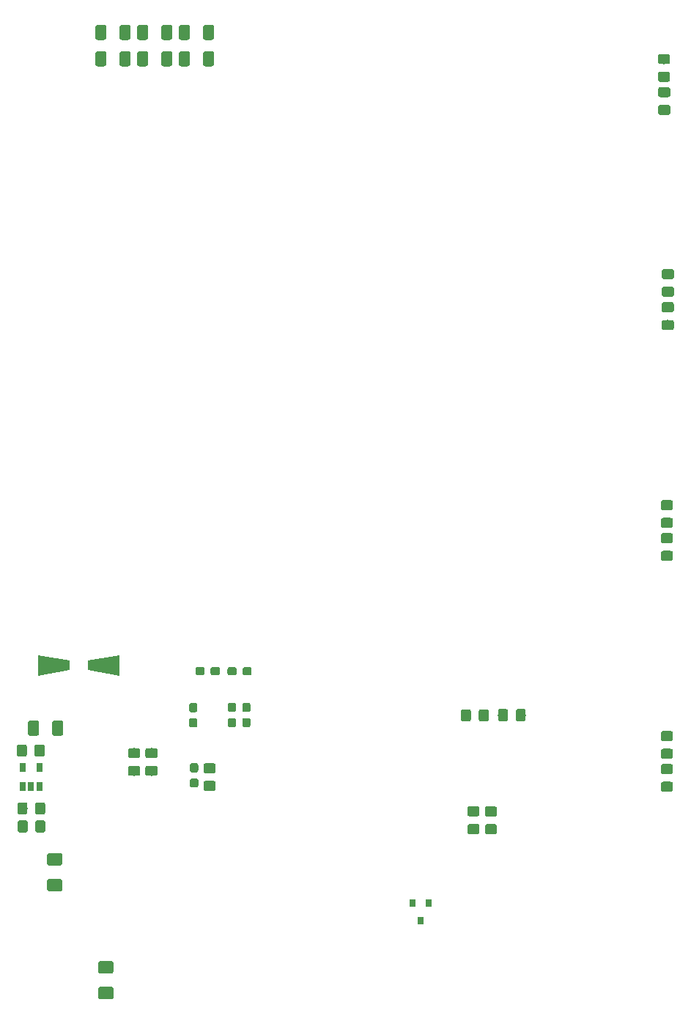
<source format=gbr>
G04 #@! TF.GenerationSoftware,KiCad,Pcbnew,(5.1.0)-1*
G04 #@! TF.CreationDate,2020-06-05T16:09:23+08:00*
G04 #@! TF.ProjectId,vibro_magnet,76696272-6f5f-46d6-9167-6e65742e6b69,rev?*
G04 #@! TF.SameCoordinates,Original*
G04 #@! TF.FileFunction,Paste,Bot*
G04 #@! TF.FilePolarity,Positive*
%FSLAX46Y46*%
G04 Gerber Fmt 4.6, Leading zero omitted, Abs format (unit mm)*
G04 Created by KiCad (PCBNEW (5.1.0)-1) date 2020-06-05 16:09:23*
%MOMM*%
%LPD*%
G04 APERTURE LIST*
%ADD10R,0.650000X1.060000*%
%ADD11C,0.100000*%
%ADD12C,1.425000*%
%ADD13C,1.150000*%
%ADD14R,0.800000X0.900000*%
%ADD15C,1.676868*%
%ADD16C,1.250000*%
%ADD17C,0.950000*%
G04 APERTURE END LIST*
D10*
X65850000Y-137450000D03*
X63950000Y-137450000D03*
X63950000Y-139650000D03*
X64900000Y-139650000D03*
X65850000Y-139650000D03*
D11*
G36*
X68279504Y-150296204D02*
G01*
X68303773Y-150299804D01*
X68327571Y-150305765D01*
X68350671Y-150314030D01*
X68372849Y-150324520D01*
X68393893Y-150337133D01*
X68413598Y-150351747D01*
X68431777Y-150368223D01*
X68448253Y-150386402D01*
X68462867Y-150406107D01*
X68475480Y-150427151D01*
X68485970Y-150449329D01*
X68494235Y-150472429D01*
X68500196Y-150496227D01*
X68503796Y-150520496D01*
X68505000Y-150545000D01*
X68505000Y-151470000D01*
X68503796Y-151494504D01*
X68500196Y-151518773D01*
X68494235Y-151542571D01*
X68485970Y-151565671D01*
X68475480Y-151587849D01*
X68462867Y-151608893D01*
X68448253Y-151628598D01*
X68431777Y-151646777D01*
X68413598Y-151663253D01*
X68393893Y-151677867D01*
X68372849Y-151690480D01*
X68350671Y-151700970D01*
X68327571Y-151709235D01*
X68303773Y-151715196D01*
X68279504Y-151718796D01*
X68255000Y-151720000D01*
X67005000Y-151720000D01*
X66980496Y-151718796D01*
X66956227Y-151715196D01*
X66932429Y-151709235D01*
X66909329Y-151700970D01*
X66887151Y-151690480D01*
X66866107Y-151677867D01*
X66846402Y-151663253D01*
X66828223Y-151646777D01*
X66811747Y-151628598D01*
X66797133Y-151608893D01*
X66784520Y-151587849D01*
X66774030Y-151565671D01*
X66765765Y-151542571D01*
X66759804Y-151518773D01*
X66756204Y-151494504D01*
X66755000Y-151470000D01*
X66755000Y-150545000D01*
X66756204Y-150520496D01*
X66759804Y-150496227D01*
X66765765Y-150472429D01*
X66774030Y-150449329D01*
X66784520Y-150427151D01*
X66797133Y-150406107D01*
X66811747Y-150386402D01*
X66828223Y-150368223D01*
X66846402Y-150351747D01*
X66866107Y-150337133D01*
X66887151Y-150324520D01*
X66909329Y-150314030D01*
X66932429Y-150305765D01*
X66956227Y-150299804D01*
X66980496Y-150296204D01*
X67005000Y-150295000D01*
X68255000Y-150295000D01*
X68279504Y-150296204D01*
X68279504Y-150296204D01*
G37*
D12*
X67630000Y-151007500D03*
D11*
G36*
X68279504Y-147321204D02*
G01*
X68303773Y-147324804D01*
X68327571Y-147330765D01*
X68350671Y-147339030D01*
X68372849Y-147349520D01*
X68393893Y-147362133D01*
X68413598Y-147376747D01*
X68431777Y-147393223D01*
X68448253Y-147411402D01*
X68462867Y-147431107D01*
X68475480Y-147452151D01*
X68485970Y-147474329D01*
X68494235Y-147497429D01*
X68500196Y-147521227D01*
X68503796Y-147545496D01*
X68505000Y-147570000D01*
X68505000Y-148495000D01*
X68503796Y-148519504D01*
X68500196Y-148543773D01*
X68494235Y-148567571D01*
X68485970Y-148590671D01*
X68475480Y-148612849D01*
X68462867Y-148633893D01*
X68448253Y-148653598D01*
X68431777Y-148671777D01*
X68413598Y-148688253D01*
X68393893Y-148702867D01*
X68372849Y-148715480D01*
X68350671Y-148725970D01*
X68327571Y-148734235D01*
X68303773Y-148740196D01*
X68279504Y-148743796D01*
X68255000Y-148745000D01*
X67005000Y-148745000D01*
X66980496Y-148743796D01*
X66956227Y-148740196D01*
X66932429Y-148734235D01*
X66909329Y-148725970D01*
X66887151Y-148715480D01*
X66866107Y-148702867D01*
X66846402Y-148688253D01*
X66828223Y-148671777D01*
X66811747Y-148653598D01*
X66797133Y-148633893D01*
X66784520Y-148612849D01*
X66774030Y-148590671D01*
X66765765Y-148567571D01*
X66759804Y-148543773D01*
X66756204Y-148519504D01*
X66755000Y-148495000D01*
X66755000Y-147570000D01*
X66756204Y-147545496D01*
X66759804Y-147521227D01*
X66765765Y-147497429D01*
X66774030Y-147474329D01*
X66784520Y-147452151D01*
X66797133Y-147431107D01*
X66811747Y-147411402D01*
X66828223Y-147393223D01*
X66846402Y-147376747D01*
X66866107Y-147362133D01*
X66887151Y-147349520D01*
X66909329Y-147339030D01*
X66932429Y-147330765D01*
X66956227Y-147324804D01*
X66980496Y-147321204D01*
X67005000Y-147320000D01*
X68255000Y-147320000D01*
X68279504Y-147321204D01*
X68279504Y-147321204D01*
G37*
D12*
X67630000Y-148032500D03*
D11*
G36*
X85994505Y-136931204D02*
G01*
X86018773Y-136934804D01*
X86042572Y-136940765D01*
X86065671Y-136949030D01*
X86087850Y-136959520D01*
X86108893Y-136972132D01*
X86128599Y-136986747D01*
X86146777Y-137003223D01*
X86163253Y-137021401D01*
X86177868Y-137041107D01*
X86190480Y-137062150D01*
X86200970Y-137084329D01*
X86209235Y-137107428D01*
X86215196Y-137131227D01*
X86218796Y-137155495D01*
X86220000Y-137179999D01*
X86220000Y-137830001D01*
X86218796Y-137854505D01*
X86215196Y-137878773D01*
X86209235Y-137902572D01*
X86200970Y-137925671D01*
X86190480Y-137947850D01*
X86177868Y-137968893D01*
X86163253Y-137988599D01*
X86146777Y-138006777D01*
X86128599Y-138023253D01*
X86108893Y-138037868D01*
X86087850Y-138050480D01*
X86065671Y-138060970D01*
X86042572Y-138069235D01*
X86018773Y-138075196D01*
X85994505Y-138078796D01*
X85970001Y-138080000D01*
X85069999Y-138080000D01*
X85045495Y-138078796D01*
X85021227Y-138075196D01*
X84997428Y-138069235D01*
X84974329Y-138060970D01*
X84952150Y-138050480D01*
X84931107Y-138037868D01*
X84911401Y-138023253D01*
X84893223Y-138006777D01*
X84876747Y-137988599D01*
X84862132Y-137968893D01*
X84849520Y-137947850D01*
X84839030Y-137925671D01*
X84830765Y-137902572D01*
X84824804Y-137878773D01*
X84821204Y-137854505D01*
X84820000Y-137830001D01*
X84820000Y-137179999D01*
X84821204Y-137155495D01*
X84824804Y-137131227D01*
X84830765Y-137107428D01*
X84839030Y-137084329D01*
X84849520Y-137062150D01*
X84862132Y-137041107D01*
X84876747Y-137021401D01*
X84893223Y-137003223D01*
X84911401Y-136986747D01*
X84931107Y-136972132D01*
X84952150Y-136959520D01*
X84974329Y-136949030D01*
X84997428Y-136940765D01*
X85021227Y-136934804D01*
X85045495Y-136931204D01*
X85069999Y-136930000D01*
X85970001Y-136930000D01*
X85994505Y-136931204D01*
X85994505Y-136931204D01*
G37*
D13*
X85520000Y-137505000D03*
D11*
G36*
X85994505Y-138981204D02*
G01*
X86018773Y-138984804D01*
X86042572Y-138990765D01*
X86065671Y-138999030D01*
X86087850Y-139009520D01*
X86108893Y-139022132D01*
X86128599Y-139036747D01*
X86146777Y-139053223D01*
X86163253Y-139071401D01*
X86177868Y-139091107D01*
X86190480Y-139112150D01*
X86200970Y-139134329D01*
X86209235Y-139157428D01*
X86215196Y-139181227D01*
X86218796Y-139205495D01*
X86220000Y-139229999D01*
X86220000Y-139880001D01*
X86218796Y-139904505D01*
X86215196Y-139928773D01*
X86209235Y-139952572D01*
X86200970Y-139975671D01*
X86190480Y-139997850D01*
X86177868Y-140018893D01*
X86163253Y-140038599D01*
X86146777Y-140056777D01*
X86128599Y-140073253D01*
X86108893Y-140087868D01*
X86087850Y-140100480D01*
X86065671Y-140110970D01*
X86042572Y-140119235D01*
X86018773Y-140125196D01*
X85994505Y-140128796D01*
X85970001Y-140130000D01*
X85069999Y-140130000D01*
X85045495Y-140128796D01*
X85021227Y-140125196D01*
X84997428Y-140119235D01*
X84974329Y-140110970D01*
X84952150Y-140100480D01*
X84931107Y-140087868D01*
X84911401Y-140073253D01*
X84893223Y-140056777D01*
X84876747Y-140038599D01*
X84862132Y-140018893D01*
X84849520Y-139997850D01*
X84839030Y-139975671D01*
X84830765Y-139952572D01*
X84824804Y-139928773D01*
X84821204Y-139904505D01*
X84820000Y-139880001D01*
X84820000Y-139229999D01*
X84821204Y-139205495D01*
X84824804Y-139181227D01*
X84830765Y-139157428D01*
X84839030Y-139134329D01*
X84849520Y-139112150D01*
X84862132Y-139091107D01*
X84876747Y-139071401D01*
X84893223Y-139053223D01*
X84911401Y-139036747D01*
X84931107Y-139022132D01*
X84952150Y-139009520D01*
X84974329Y-138999030D01*
X84997428Y-138990765D01*
X85021227Y-138984804D01*
X85045495Y-138981204D01*
X85069999Y-138980000D01*
X85970001Y-138980000D01*
X85994505Y-138981204D01*
X85994505Y-138981204D01*
G37*
D13*
X85520000Y-139555000D03*
D11*
G36*
X118504505Y-143983204D02*
G01*
X118528773Y-143986804D01*
X118552572Y-143992765D01*
X118575671Y-144001030D01*
X118597850Y-144011520D01*
X118618893Y-144024132D01*
X118638599Y-144038747D01*
X118656777Y-144055223D01*
X118673253Y-144073401D01*
X118687868Y-144093107D01*
X118700480Y-144114150D01*
X118710970Y-144136329D01*
X118719235Y-144159428D01*
X118725196Y-144183227D01*
X118728796Y-144207495D01*
X118730000Y-144231999D01*
X118730000Y-144882001D01*
X118728796Y-144906505D01*
X118725196Y-144930773D01*
X118719235Y-144954572D01*
X118710970Y-144977671D01*
X118700480Y-144999850D01*
X118687868Y-145020893D01*
X118673253Y-145040599D01*
X118656777Y-145058777D01*
X118638599Y-145075253D01*
X118618893Y-145089868D01*
X118597850Y-145102480D01*
X118575671Y-145112970D01*
X118552572Y-145121235D01*
X118528773Y-145127196D01*
X118504505Y-145130796D01*
X118480001Y-145132000D01*
X117579999Y-145132000D01*
X117555495Y-145130796D01*
X117531227Y-145127196D01*
X117507428Y-145121235D01*
X117484329Y-145112970D01*
X117462150Y-145102480D01*
X117441107Y-145089868D01*
X117421401Y-145075253D01*
X117403223Y-145058777D01*
X117386747Y-145040599D01*
X117372132Y-145020893D01*
X117359520Y-144999850D01*
X117349030Y-144977671D01*
X117340765Y-144954572D01*
X117334804Y-144930773D01*
X117331204Y-144906505D01*
X117330000Y-144882001D01*
X117330000Y-144231999D01*
X117331204Y-144207495D01*
X117334804Y-144183227D01*
X117340765Y-144159428D01*
X117349030Y-144136329D01*
X117359520Y-144114150D01*
X117372132Y-144093107D01*
X117386747Y-144073401D01*
X117403223Y-144055223D01*
X117421401Y-144038747D01*
X117441107Y-144024132D01*
X117462150Y-144011520D01*
X117484329Y-144001030D01*
X117507428Y-143992765D01*
X117531227Y-143986804D01*
X117555495Y-143983204D01*
X117579999Y-143982000D01*
X118480001Y-143982000D01*
X118504505Y-143983204D01*
X118504505Y-143983204D01*
G37*
D13*
X118030000Y-144557000D03*
D11*
G36*
X118504505Y-141933204D02*
G01*
X118528773Y-141936804D01*
X118552572Y-141942765D01*
X118575671Y-141951030D01*
X118597850Y-141961520D01*
X118618893Y-141974132D01*
X118638599Y-141988747D01*
X118656777Y-142005223D01*
X118673253Y-142023401D01*
X118687868Y-142043107D01*
X118700480Y-142064150D01*
X118710970Y-142086329D01*
X118719235Y-142109428D01*
X118725196Y-142133227D01*
X118728796Y-142157495D01*
X118730000Y-142181999D01*
X118730000Y-142832001D01*
X118728796Y-142856505D01*
X118725196Y-142880773D01*
X118719235Y-142904572D01*
X118710970Y-142927671D01*
X118700480Y-142949850D01*
X118687868Y-142970893D01*
X118673253Y-142990599D01*
X118656777Y-143008777D01*
X118638599Y-143025253D01*
X118618893Y-143039868D01*
X118597850Y-143052480D01*
X118575671Y-143062970D01*
X118552572Y-143071235D01*
X118528773Y-143077196D01*
X118504505Y-143080796D01*
X118480001Y-143082000D01*
X117579999Y-143082000D01*
X117555495Y-143080796D01*
X117531227Y-143077196D01*
X117507428Y-143071235D01*
X117484329Y-143062970D01*
X117462150Y-143052480D01*
X117441107Y-143039868D01*
X117421401Y-143025253D01*
X117403223Y-143008777D01*
X117386747Y-142990599D01*
X117372132Y-142970893D01*
X117359520Y-142949850D01*
X117349030Y-142927671D01*
X117340765Y-142904572D01*
X117334804Y-142880773D01*
X117331204Y-142856505D01*
X117330000Y-142832001D01*
X117330000Y-142181999D01*
X117331204Y-142157495D01*
X117334804Y-142133227D01*
X117340765Y-142109428D01*
X117349030Y-142086329D01*
X117359520Y-142064150D01*
X117372132Y-142043107D01*
X117386747Y-142023401D01*
X117403223Y-142005223D01*
X117421401Y-141988747D01*
X117441107Y-141974132D01*
X117462150Y-141961520D01*
X117484329Y-141951030D01*
X117507428Y-141942765D01*
X117531227Y-141936804D01*
X117555495Y-141933204D01*
X117579999Y-141932000D01*
X118480001Y-141932000D01*
X118504505Y-141933204D01*
X118504505Y-141933204D01*
G37*
D13*
X118030000Y-142507000D03*
D11*
G36*
X116494505Y-143963204D02*
G01*
X116518773Y-143966804D01*
X116542572Y-143972765D01*
X116565671Y-143981030D01*
X116587850Y-143991520D01*
X116608893Y-144004132D01*
X116628599Y-144018747D01*
X116646777Y-144035223D01*
X116663253Y-144053401D01*
X116677868Y-144073107D01*
X116690480Y-144094150D01*
X116700970Y-144116329D01*
X116709235Y-144139428D01*
X116715196Y-144163227D01*
X116718796Y-144187495D01*
X116720000Y-144211999D01*
X116720000Y-144862001D01*
X116718796Y-144886505D01*
X116715196Y-144910773D01*
X116709235Y-144934572D01*
X116700970Y-144957671D01*
X116690480Y-144979850D01*
X116677868Y-145000893D01*
X116663253Y-145020599D01*
X116646777Y-145038777D01*
X116628599Y-145055253D01*
X116608893Y-145069868D01*
X116587850Y-145082480D01*
X116565671Y-145092970D01*
X116542572Y-145101235D01*
X116518773Y-145107196D01*
X116494505Y-145110796D01*
X116470001Y-145112000D01*
X115569999Y-145112000D01*
X115545495Y-145110796D01*
X115521227Y-145107196D01*
X115497428Y-145101235D01*
X115474329Y-145092970D01*
X115452150Y-145082480D01*
X115431107Y-145069868D01*
X115411401Y-145055253D01*
X115393223Y-145038777D01*
X115376747Y-145020599D01*
X115362132Y-145000893D01*
X115349520Y-144979850D01*
X115339030Y-144957671D01*
X115330765Y-144934572D01*
X115324804Y-144910773D01*
X115321204Y-144886505D01*
X115320000Y-144862001D01*
X115320000Y-144211999D01*
X115321204Y-144187495D01*
X115324804Y-144163227D01*
X115330765Y-144139428D01*
X115339030Y-144116329D01*
X115349520Y-144094150D01*
X115362132Y-144073107D01*
X115376747Y-144053401D01*
X115393223Y-144035223D01*
X115411401Y-144018747D01*
X115431107Y-144004132D01*
X115452150Y-143991520D01*
X115474329Y-143981030D01*
X115497428Y-143972765D01*
X115521227Y-143966804D01*
X115545495Y-143963204D01*
X115569999Y-143962000D01*
X116470001Y-143962000D01*
X116494505Y-143963204D01*
X116494505Y-143963204D01*
G37*
D13*
X116020000Y-144537000D03*
D11*
G36*
X116494505Y-141913204D02*
G01*
X116518773Y-141916804D01*
X116542572Y-141922765D01*
X116565671Y-141931030D01*
X116587850Y-141941520D01*
X116608893Y-141954132D01*
X116628599Y-141968747D01*
X116646777Y-141985223D01*
X116663253Y-142003401D01*
X116677868Y-142023107D01*
X116690480Y-142044150D01*
X116700970Y-142066329D01*
X116709235Y-142089428D01*
X116715196Y-142113227D01*
X116718796Y-142137495D01*
X116720000Y-142161999D01*
X116720000Y-142812001D01*
X116718796Y-142836505D01*
X116715196Y-142860773D01*
X116709235Y-142884572D01*
X116700970Y-142907671D01*
X116690480Y-142929850D01*
X116677868Y-142950893D01*
X116663253Y-142970599D01*
X116646777Y-142988777D01*
X116628599Y-143005253D01*
X116608893Y-143019868D01*
X116587850Y-143032480D01*
X116565671Y-143042970D01*
X116542572Y-143051235D01*
X116518773Y-143057196D01*
X116494505Y-143060796D01*
X116470001Y-143062000D01*
X115569999Y-143062000D01*
X115545495Y-143060796D01*
X115521227Y-143057196D01*
X115497428Y-143051235D01*
X115474329Y-143042970D01*
X115452150Y-143032480D01*
X115431107Y-143019868D01*
X115411401Y-143005253D01*
X115393223Y-142988777D01*
X115376747Y-142970599D01*
X115362132Y-142950893D01*
X115349520Y-142929850D01*
X115339030Y-142907671D01*
X115330765Y-142884572D01*
X115324804Y-142860773D01*
X115321204Y-142836505D01*
X115320000Y-142812001D01*
X115320000Y-142161999D01*
X115321204Y-142137495D01*
X115324804Y-142113227D01*
X115330765Y-142089428D01*
X115339030Y-142066329D01*
X115349520Y-142044150D01*
X115362132Y-142023107D01*
X115376747Y-142003401D01*
X115393223Y-141985223D01*
X115411401Y-141968747D01*
X115431107Y-141954132D01*
X115452150Y-141941520D01*
X115474329Y-141931030D01*
X115497428Y-141922765D01*
X115521227Y-141916804D01*
X115545495Y-141913204D01*
X115569999Y-141912000D01*
X116470001Y-141912000D01*
X116494505Y-141913204D01*
X116494505Y-141913204D01*
G37*
D13*
X116020000Y-142487000D03*
D11*
G36*
X79274505Y-135189204D02*
G01*
X79298773Y-135192804D01*
X79322572Y-135198765D01*
X79345671Y-135207030D01*
X79367850Y-135217520D01*
X79388893Y-135230132D01*
X79408599Y-135244747D01*
X79426777Y-135261223D01*
X79443253Y-135279401D01*
X79457868Y-135299107D01*
X79470480Y-135320150D01*
X79480970Y-135342329D01*
X79489235Y-135365428D01*
X79495196Y-135389227D01*
X79498796Y-135413495D01*
X79500000Y-135437999D01*
X79500000Y-136088001D01*
X79498796Y-136112505D01*
X79495196Y-136136773D01*
X79489235Y-136160572D01*
X79480970Y-136183671D01*
X79470480Y-136205850D01*
X79457868Y-136226893D01*
X79443253Y-136246599D01*
X79426777Y-136264777D01*
X79408599Y-136281253D01*
X79388893Y-136295868D01*
X79367850Y-136308480D01*
X79345671Y-136318970D01*
X79322572Y-136327235D01*
X79298773Y-136333196D01*
X79274505Y-136336796D01*
X79250001Y-136338000D01*
X78349999Y-136338000D01*
X78325495Y-136336796D01*
X78301227Y-136333196D01*
X78277428Y-136327235D01*
X78254329Y-136318970D01*
X78232150Y-136308480D01*
X78211107Y-136295868D01*
X78191401Y-136281253D01*
X78173223Y-136264777D01*
X78156747Y-136246599D01*
X78142132Y-136226893D01*
X78129520Y-136205850D01*
X78119030Y-136183671D01*
X78110765Y-136160572D01*
X78104804Y-136136773D01*
X78101204Y-136112505D01*
X78100000Y-136088001D01*
X78100000Y-135437999D01*
X78101204Y-135413495D01*
X78104804Y-135389227D01*
X78110765Y-135365428D01*
X78119030Y-135342329D01*
X78129520Y-135320150D01*
X78142132Y-135299107D01*
X78156747Y-135279401D01*
X78173223Y-135261223D01*
X78191401Y-135244747D01*
X78211107Y-135230132D01*
X78232150Y-135217520D01*
X78254329Y-135207030D01*
X78277428Y-135198765D01*
X78301227Y-135192804D01*
X78325495Y-135189204D01*
X78349999Y-135188000D01*
X79250001Y-135188000D01*
X79274505Y-135189204D01*
X79274505Y-135189204D01*
G37*
D13*
X78800000Y-135763000D03*
D11*
G36*
X79274505Y-137239204D02*
G01*
X79298773Y-137242804D01*
X79322572Y-137248765D01*
X79345671Y-137257030D01*
X79367850Y-137267520D01*
X79388893Y-137280132D01*
X79408599Y-137294747D01*
X79426777Y-137311223D01*
X79443253Y-137329401D01*
X79457868Y-137349107D01*
X79470480Y-137370150D01*
X79480970Y-137392329D01*
X79489235Y-137415428D01*
X79495196Y-137439227D01*
X79498796Y-137463495D01*
X79500000Y-137487999D01*
X79500000Y-138138001D01*
X79498796Y-138162505D01*
X79495196Y-138186773D01*
X79489235Y-138210572D01*
X79480970Y-138233671D01*
X79470480Y-138255850D01*
X79457868Y-138276893D01*
X79443253Y-138296599D01*
X79426777Y-138314777D01*
X79408599Y-138331253D01*
X79388893Y-138345868D01*
X79367850Y-138358480D01*
X79345671Y-138368970D01*
X79322572Y-138377235D01*
X79298773Y-138383196D01*
X79274505Y-138386796D01*
X79250001Y-138388000D01*
X78349999Y-138388000D01*
X78325495Y-138386796D01*
X78301227Y-138383196D01*
X78277428Y-138377235D01*
X78254329Y-138368970D01*
X78232150Y-138358480D01*
X78211107Y-138345868D01*
X78191401Y-138331253D01*
X78173223Y-138314777D01*
X78156747Y-138296599D01*
X78142132Y-138276893D01*
X78129520Y-138255850D01*
X78119030Y-138233671D01*
X78110765Y-138210572D01*
X78104804Y-138186773D01*
X78101204Y-138162505D01*
X78100000Y-138138001D01*
X78100000Y-137487999D01*
X78101204Y-137463495D01*
X78104804Y-137439227D01*
X78110765Y-137415428D01*
X78119030Y-137392329D01*
X78129520Y-137370150D01*
X78142132Y-137349107D01*
X78156747Y-137329401D01*
X78173223Y-137311223D01*
X78191401Y-137294747D01*
X78211107Y-137280132D01*
X78232150Y-137267520D01*
X78254329Y-137257030D01*
X78277428Y-137248765D01*
X78301227Y-137242804D01*
X78325495Y-137239204D01*
X78349999Y-137238000D01*
X79250001Y-137238000D01*
X79274505Y-137239204D01*
X79274505Y-137239204D01*
G37*
D13*
X78800000Y-137813000D03*
D11*
G36*
X77274505Y-135189204D02*
G01*
X77298773Y-135192804D01*
X77322572Y-135198765D01*
X77345671Y-135207030D01*
X77367850Y-135217520D01*
X77388893Y-135230132D01*
X77408599Y-135244747D01*
X77426777Y-135261223D01*
X77443253Y-135279401D01*
X77457868Y-135299107D01*
X77470480Y-135320150D01*
X77480970Y-135342329D01*
X77489235Y-135365428D01*
X77495196Y-135389227D01*
X77498796Y-135413495D01*
X77500000Y-135437999D01*
X77500000Y-136088001D01*
X77498796Y-136112505D01*
X77495196Y-136136773D01*
X77489235Y-136160572D01*
X77480970Y-136183671D01*
X77470480Y-136205850D01*
X77457868Y-136226893D01*
X77443253Y-136246599D01*
X77426777Y-136264777D01*
X77408599Y-136281253D01*
X77388893Y-136295868D01*
X77367850Y-136308480D01*
X77345671Y-136318970D01*
X77322572Y-136327235D01*
X77298773Y-136333196D01*
X77274505Y-136336796D01*
X77250001Y-136338000D01*
X76349999Y-136338000D01*
X76325495Y-136336796D01*
X76301227Y-136333196D01*
X76277428Y-136327235D01*
X76254329Y-136318970D01*
X76232150Y-136308480D01*
X76211107Y-136295868D01*
X76191401Y-136281253D01*
X76173223Y-136264777D01*
X76156747Y-136246599D01*
X76142132Y-136226893D01*
X76129520Y-136205850D01*
X76119030Y-136183671D01*
X76110765Y-136160572D01*
X76104804Y-136136773D01*
X76101204Y-136112505D01*
X76100000Y-136088001D01*
X76100000Y-135437999D01*
X76101204Y-135413495D01*
X76104804Y-135389227D01*
X76110765Y-135365428D01*
X76119030Y-135342329D01*
X76129520Y-135320150D01*
X76142132Y-135299107D01*
X76156747Y-135279401D01*
X76173223Y-135261223D01*
X76191401Y-135244747D01*
X76211107Y-135230132D01*
X76232150Y-135217520D01*
X76254329Y-135207030D01*
X76277428Y-135198765D01*
X76301227Y-135192804D01*
X76325495Y-135189204D01*
X76349999Y-135188000D01*
X77250001Y-135188000D01*
X77274505Y-135189204D01*
X77274505Y-135189204D01*
G37*
D13*
X76800000Y-135763000D03*
D11*
G36*
X77274505Y-137239204D02*
G01*
X77298773Y-137242804D01*
X77322572Y-137248765D01*
X77345671Y-137257030D01*
X77367850Y-137267520D01*
X77388893Y-137280132D01*
X77408599Y-137294747D01*
X77426777Y-137311223D01*
X77443253Y-137329401D01*
X77457868Y-137349107D01*
X77470480Y-137370150D01*
X77480970Y-137392329D01*
X77489235Y-137415428D01*
X77495196Y-137439227D01*
X77498796Y-137463495D01*
X77500000Y-137487999D01*
X77500000Y-138138001D01*
X77498796Y-138162505D01*
X77495196Y-138186773D01*
X77489235Y-138210572D01*
X77480970Y-138233671D01*
X77470480Y-138255850D01*
X77457868Y-138276893D01*
X77443253Y-138296599D01*
X77426777Y-138314777D01*
X77408599Y-138331253D01*
X77388893Y-138345868D01*
X77367850Y-138358480D01*
X77345671Y-138368970D01*
X77322572Y-138377235D01*
X77298773Y-138383196D01*
X77274505Y-138386796D01*
X77250001Y-138388000D01*
X76349999Y-138388000D01*
X76325495Y-138386796D01*
X76301227Y-138383196D01*
X76277428Y-138377235D01*
X76254329Y-138368970D01*
X76232150Y-138358480D01*
X76211107Y-138345868D01*
X76191401Y-138331253D01*
X76173223Y-138314777D01*
X76156747Y-138296599D01*
X76142132Y-138276893D01*
X76129520Y-138255850D01*
X76119030Y-138233671D01*
X76110765Y-138210572D01*
X76104804Y-138186773D01*
X76101204Y-138162505D01*
X76100000Y-138138001D01*
X76100000Y-137487999D01*
X76101204Y-137463495D01*
X76104804Y-137439227D01*
X76110765Y-137415428D01*
X76119030Y-137392329D01*
X76129520Y-137370150D01*
X76142132Y-137349107D01*
X76156747Y-137329401D01*
X76173223Y-137311223D01*
X76191401Y-137294747D01*
X76211107Y-137280132D01*
X76232150Y-137267520D01*
X76254329Y-137257030D01*
X76277428Y-137248765D01*
X76301227Y-137242804D01*
X76325495Y-137239204D01*
X76349999Y-137238000D01*
X77250001Y-137238000D01*
X77274505Y-137239204D01*
X77274505Y-137239204D01*
G37*
D13*
X76800000Y-137813000D03*
D11*
G36*
X115494505Y-130701204D02*
G01*
X115518773Y-130704804D01*
X115542572Y-130710765D01*
X115565671Y-130719030D01*
X115587850Y-130729520D01*
X115608893Y-130742132D01*
X115628599Y-130756747D01*
X115646777Y-130773223D01*
X115663253Y-130791401D01*
X115677868Y-130811107D01*
X115690480Y-130832150D01*
X115700970Y-130854329D01*
X115709235Y-130877428D01*
X115715196Y-130901227D01*
X115718796Y-130925495D01*
X115720000Y-130949999D01*
X115720000Y-131850001D01*
X115718796Y-131874505D01*
X115715196Y-131898773D01*
X115709235Y-131922572D01*
X115700970Y-131945671D01*
X115690480Y-131967850D01*
X115677868Y-131988893D01*
X115663253Y-132008599D01*
X115646777Y-132026777D01*
X115628599Y-132043253D01*
X115608893Y-132057868D01*
X115587850Y-132070480D01*
X115565671Y-132080970D01*
X115542572Y-132089235D01*
X115518773Y-132095196D01*
X115494505Y-132098796D01*
X115470001Y-132100000D01*
X114819999Y-132100000D01*
X114795495Y-132098796D01*
X114771227Y-132095196D01*
X114747428Y-132089235D01*
X114724329Y-132080970D01*
X114702150Y-132070480D01*
X114681107Y-132057868D01*
X114661401Y-132043253D01*
X114643223Y-132026777D01*
X114626747Y-132008599D01*
X114612132Y-131988893D01*
X114599520Y-131967850D01*
X114589030Y-131945671D01*
X114580765Y-131922572D01*
X114574804Y-131898773D01*
X114571204Y-131874505D01*
X114570000Y-131850001D01*
X114570000Y-130949999D01*
X114571204Y-130925495D01*
X114574804Y-130901227D01*
X114580765Y-130877428D01*
X114589030Y-130854329D01*
X114599520Y-130832150D01*
X114612132Y-130811107D01*
X114626747Y-130791401D01*
X114643223Y-130773223D01*
X114661401Y-130756747D01*
X114681107Y-130742132D01*
X114702150Y-130729520D01*
X114724329Y-130719030D01*
X114747428Y-130710765D01*
X114771227Y-130704804D01*
X114795495Y-130701204D01*
X114819999Y-130700000D01*
X115470001Y-130700000D01*
X115494505Y-130701204D01*
X115494505Y-130701204D01*
G37*
D13*
X115145000Y-131400000D03*
D11*
G36*
X117544505Y-130701204D02*
G01*
X117568773Y-130704804D01*
X117592572Y-130710765D01*
X117615671Y-130719030D01*
X117637850Y-130729520D01*
X117658893Y-130742132D01*
X117678599Y-130756747D01*
X117696777Y-130773223D01*
X117713253Y-130791401D01*
X117727868Y-130811107D01*
X117740480Y-130832150D01*
X117750970Y-130854329D01*
X117759235Y-130877428D01*
X117765196Y-130901227D01*
X117768796Y-130925495D01*
X117770000Y-130949999D01*
X117770000Y-131850001D01*
X117768796Y-131874505D01*
X117765196Y-131898773D01*
X117759235Y-131922572D01*
X117750970Y-131945671D01*
X117740480Y-131967850D01*
X117727868Y-131988893D01*
X117713253Y-132008599D01*
X117696777Y-132026777D01*
X117678599Y-132043253D01*
X117658893Y-132057868D01*
X117637850Y-132070480D01*
X117615671Y-132080970D01*
X117592572Y-132089235D01*
X117568773Y-132095196D01*
X117544505Y-132098796D01*
X117520001Y-132100000D01*
X116869999Y-132100000D01*
X116845495Y-132098796D01*
X116821227Y-132095196D01*
X116797428Y-132089235D01*
X116774329Y-132080970D01*
X116752150Y-132070480D01*
X116731107Y-132057868D01*
X116711401Y-132043253D01*
X116693223Y-132026777D01*
X116676747Y-132008599D01*
X116662132Y-131988893D01*
X116649520Y-131967850D01*
X116639030Y-131945671D01*
X116630765Y-131922572D01*
X116624804Y-131898773D01*
X116621204Y-131874505D01*
X116620000Y-131850001D01*
X116620000Y-130949999D01*
X116621204Y-130925495D01*
X116624804Y-130901227D01*
X116630765Y-130877428D01*
X116639030Y-130854329D01*
X116649520Y-130832150D01*
X116662132Y-130811107D01*
X116676747Y-130791401D01*
X116693223Y-130773223D01*
X116711401Y-130756747D01*
X116731107Y-130742132D01*
X116752150Y-130729520D01*
X116774329Y-130719030D01*
X116797428Y-130710765D01*
X116821227Y-130704804D01*
X116845495Y-130701204D01*
X116869999Y-130700000D01*
X117520001Y-130700000D01*
X117544505Y-130701204D01*
X117544505Y-130701204D01*
G37*
D13*
X117195000Y-131400000D03*
D11*
G36*
X119774505Y-130671204D02*
G01*
X119798773Y-130674804D01*
X119822572Y-130680765D01*
X119845671Y-130689030D01*
X119867850Y-130699520D01*
X119888893Y-130712132D01*
X119908599Y-130726747D01*
X119926777Y-130743223D01*
X119943253Y-130761401D01*
X119957868Y-130781107D01*
X119970480Y-130802150D01*
X119980970Y-130824329D01*
X119989235Y-130847428D01*
X119995196Y-130871227D01*
X119998796Y-130895495D01*
X120000000Y-130919999D01*
X120000000Y-131820001D01*
X119998796Y-131844505D01*
X119995196Y-131868773D01*
X119989235Y-131892572D01*
X119980970Y-131915671D01*
X119970480Y-131937850D01*
X119957868Y-131958893D01*
X119943253Y-131978599D01*
X119926777Y-131996777D01*
X119908599Y-132013253D01*
X119888893Y-132027868D01*
X119867850Y-132040480D01*
X119845671Y-132050970D01*
X119822572Y-132059235D01*
X119798773Y-132065196D01*
X119774505Y-132068796D01*
X119750001Y-132070000D01*
X119099999Y-132070000D01*
X119075495Y-132068796D01*
X119051227Y-132065196D01*
X119027428Y-132059235D01*
X119004329Y-132050970D01*
X118982150Y-132040480D01*
X118961107Y-132027868D01*
X118941401Y-132013253D01*
X118923223Y-131996777D01*
X118906747Y-131978599D01*
X118892132Y-131958893D01*
X118879520Y-131937850D01*
X118869030Y-131915671D01*
X118860765Y-131892572D01*
X118854804Y-131868773D01*
X118851204Y-131844505D01*
X118850000Y-131820001D01*
X118850000Y-130919999D01*
X118851204Y-130895495D01*
X118854804Y-130871227D01*
X118860765Y-130847428D01*
X118869030Y-130824329D01*
X118879520Y-130802150D01*
X118892132Y-130781107D01*
X118906747Y-130761401D01*
X118923223Y-130743223D01*
X118941401Y-130726747D01*
X118961107Y-130712132D01*
X118982150Y-130699520D01*
X119004329Y-130689030D01*
X119027428Y-130680765D01*
X119051227Y-130674804D01*
X119075495Y-130671204D01*
X119099999Y-130670000D01*
X119750001Y-130670000D01*
X119774505Y-130671204D01*
X119774505Y-130671204D01*
G37*
D13*
X119425000Y-131370000D03*
D11*
G36*
X121824505Y-130671204D02*
G01*
X121848773Y-130674804D01*
X121872572Y-130680765D01*
X121895671Y-130689030D01*
X121917850Y-130699520D01*
X121938893Y-130712132D01*
X121958599Y-130726747D01*
X121976777Y-130743223D01*
X121993253Y-130761401D01*
X122007868Y-130781107D01*
X122020480Y-130802150D01*
X122030970Y-130824329D01*
X122039235Y-130847428D01*
X122045196Y-130871227D01*
X122048796Y-130895495D01*
X122050000Y-130919999D01*
X122050000Y-131820001D01*
X122048796Y-131844505D01*
X122045196Y-131868773D01*
X122039235Y-131892572D01*
X122030970Y-131915671D01*
X122020480Y-131937850D01*
X122007868Y-131958893D01*
X121993253Y-131978599D01*
X121976777Y-131996777D01*
X121958599Y-132013253D01*
X121938893Y-132027868D01*
X121917850Y-132040480D01*
X121895671Y-132050970D01*
X121872572Y-132059235D01*
X121848773Y-132065196D01*
X121824505Y-132068796D01*
X121800001Y-132070000D01*
X121149999Y-132070000D01*
X121125495Y-132068796D01*
X121101227Y-132065196D01*
X121077428Y-132059235D01*
X121054329Y-132050970D01*
X121032150Y-132040480D01*
X121011107Y-132027868D01*
X120991401Y-132013253D01*
X120973223Y-131996777D01*
X120956747Y-131978599D01*
X120942132Y-131958893D01*
X120929520Y-131937850D01*
X120919030Y-131915671D01*
X120910765Y-131892572D01*
X120904804Y-131868773D01*
X120901204Y-131844505D01*
X120900000Y-131820001D01*
X120900000Y-130919999D01*
X120901204Y-130895495D01*
X120904804Y-130871227D01*
X120910765Y-130847428D01*
X120919030Y-130824329D01*
X120929520Y-130802150D01*
X120942132Y-130781107D01*
X120956747Y-130761401D01*
X120973223Y-130743223D01*
X120991401Y-130726747D01*
X121011107Y-130712132D01*
X121032150Y-130699520D01*
X121054329Y-130689030D01*
X121077428Y-130680765D01*
X121101227Y-130674804D01*
X121125495Y-130671204D01*
X121149999Y-130670000D01*
X121800001Y-130670000D01*
X121824505Y-130671204D01*
X121824505Y-130671204D01*
G37*
D13*
X121475000Y-131370000D03*
D14*
X109922000Y-155118000D03*
X110872000Y-153118000D03*
X108972000Y-153118000D03*
D15*
X67510000Y-125650000D03*
D11*
G36*
X65710000Y-126800000D02*
G01*
X65710000Y-124500000D01*
X69310000Y-125100000D01*
X69310000Y-126200000D01*
X65710000Y-126800000D01*
X65710000Y-126800000D01*
G37*
D15*
X73310000Y-125650000D03*
D11*
G36*
X75110000Y-124500000D02*
G01*
X75110000Y-126800000D01*
X71510000Y-126200000D01*
X71510000Y-125100000D01*
X75110000Y-124500000D01*
X75110000Y-124500000D01*
G37*
G36*
X65579504Y-132006204D02*
G01*
X65603773Y-132009804D01*
X65627571Y-132015765D01*
X65650671Y-132024030D01*
X65672849Y-132034520D01*
X65693893Y-132047133D01*
X65713598Y-132061747D01*
X65731777Y-132078223D01*
X65748253Y-132096402D01*
X65762867Y-132116107D01*
X65775480Y-132137151D01*
X65785970Y-132159329D01*
X65794235Y-132182429D01*
X65800196Y-132206227D01*
X65803796Y-132230496D01*
X65805000Y-132255000D01*
X65805000Y-133505000D01*
X65803796Y-133529504D01*
X65800196Y-133553773D01*
X65794235Y-133577571D01*
X65785970Y-133600671D01*
X65775480Y-133622849D01*
X65762867Y-133643893D01*
X65748253Y-133663598D01*
X65731777Y-133681777D01*
X65713598Y-133698253D01*
X65693893Y-133712867D01*
X65672849Y-133725480D01*
X65650671Y-133735970D01*
X65627571Y-133744235D01*
X65603773Y-133750196D01*
X65579504Y-133753796D01*
X65555000Y-133755000D01*
X64805000Y-133755000D01*
X64780496Y-133753796D01*
X64756227Y-133750196D01*
X64732429Y-133744235D01*
X64709329Y-133735970D01*
X64687151Y-133725480D01*
X64666107Y-133712867D01*
X64646402Y-133698253D01*
X64628223Y-133681777D01*
X64611747Y-133663598D01*
X64597133Y-133643893D01*
X64584520Y-133622849D01*
X64574030Y-133600671D01*
X64565765Y-133577571D01*
X64559804Y-133553773D01*
X64556204Y-133529504D01*
X64555000Y-133505000D01*
X64555000Y-132255000D01*
X64556204Y-132230496D01*
X64559804Y-132206227D01*
X64565765Y-132182429D01*
X64574030Y-132159329D01*
X64584520Y-132137151D01*
X64597133Y-132116107D01*
X64611747Y-132096402D01*
X64628223Y-132078223D01*
X64646402Y-132061747D01*
X64666107Y-132047133D01*
X64687151Y-132034520D01*
X64709329Y-132024030D01*
X64732429Y-132015765D01*
X64756227Y-132009804D01*
X64780496Y-132006204D01*
X64805000Y-132005000D01*
X65555000Y-132005000D01*
X65579504Y-132006204D01*
X65579504Y-132006204D01*
G37*
D16*
X65180000Y-132880000D03*
D11*
G36*
X68379504Y-132006204D02*
G01*
X68403773Y-132009804D01*
X68427571Y-132015765D01*
X68450671Y-132024030D01*
X68472849Y-132034520D01*
X68493893Y-132047133D01*
X68513598Y-132061747D01*
X68531777Y-132078223D01*
X68548253Y-132096402D01*
X68562867Y-132116107D01*
X68575480Y-132137151D01*
X68585970Y-132159329D01*
X68594235Y-132182429D01*
X68600196Y-132206227D01*
X68603796Y-132230496D01*
X68605000Y-132255000D01*
X68605000Y-133505000D01*
X68603796Y-133529504D01*
X68600196Y-133553773D01*
X68594235Y-133577571D01*
X68585970Y-133600671D01*
X68575480Y-133622849D01*
X68562867Y-133643893D01*
X68548253Y-133663598D01*
X68531777Y-133681777D01*
X68513598Y-133698253D01*
X68493893Y-133712867D01*
X68472849Y-133725480D01*
X68450671Y-133735970D01*
X68427571Y-133744235D01*
X68403773Y-133750196D01*
X68379504Y-133753796D01*
X68355000Y-133755000D01*
X67605000Y-133755000D01*
X67580496Y-133753796D01*
X67556227Y-133750196D01*
X67532429Y-133744235D01*
X67509329Y-133735970D01*
X67487151Y-133725480D01*
X67466107Y-133712867D01*
X67446402Y-133698253D01*
X67428223Y-133681777D01*
X67411747Y-133663598D01*
X67397133Y-133643893D01*
X67384520Y-133622849D01*
X67374030Y-133600671D01*
X67365765Y-133577571D01*
X67359804Y-133553773D01*
X67356204Y-133529504D01*
X67355000Y-133505000D01*
X67355000Y-132255000D01*
X67356204Y-132230496D01*
X67359804Y-132206227D01*
X67365765Y-132182429D01*
X67374030Y-132159329D01*
X67384520Y-132137151D01*
X67397133Y-132116107D01*
X67411747Y-132096402D01*
X67428223Y-132078223D01*
X67446402Y-132061747D01*
X67466107Y-132047133D01*
X67487151Y-132034520D01*
X67509329Y-132024030D01*
X67532429Y-132015765D01*
X67556227Y-132009804D01*
X67580496Y-132006204D01*
X67605000Y-132005000D01*
X68355000Y-132005000D01*
X68379504Y-132006204D01*
X68379504Y-132006204D01*
G37*
D16*
X67980000Y-132880000D03*
D11*
G36*
X66234505Y-134761204D02*
G01*
X66258773Y-134764804D01*
X66282572Y-134770765D01*
X66305671Y-134779030D01*
X66327850Y-134789520D01*
X66348893Y-134802132D01*
X66368599Y-134816747D01*
X66386777Y-134833223D01*
X66403253Y-134851401D01*
X66417868Y-134871107D01*
X66430480Y-134892150D01*
X66440970Y-134914329D01*
X66449235Y-134937428D01*
X66455196Y-134961227D01*
X66458796Y-134985495D01*
X66460000Y-135009999D01*
X66460000Y-135910001D01*
X66458796Y-135934505D01*
X66455196Y-135958773D01*
X66449235Y-135982572D01*
X66440970Y-136005671D01*
X66430480Y-136027850D01*
X66417868Y-136048893D01*
X66403253Y-136068599D01*
X66386777Y-136086777D01*
X66368599Y-136103253D01*
X66348893Y-136117868D01*
X66327850Y-136130480D01*
X66305671Y-136140970D01*
X66282572Y-136149235D01*
X66258773Y-136155196D01*
X66234505Y-136158796D01*
X66210001Y-136160000D01*
X65559999Y-136160000D01*
X65535495Y-136158796D01*
X65511227Y-136155196D01*
X65487428Y-136149235D01*
X65464329Y-136140970D01*
X65442150Y-136130480D01*
X65421107Y-136117868D01*
X65401401Y-136103253D01*
X65383223Y-136086777D01*
X65366747Y-136068599D01*
X65352132Y-136048893D01*
X65339520Y-136027850D01*
X65329030Y-136005671D01*
X65320765Y-135982572D01*
X65314804Y-135958773D01*
X65311204Y-135934505D01*
X65310000Y-135910001D01*
X65310000Y-135009999D01*
X65311204Y-134985495D01*
X65314804Y-134961227D01*
X65320765Y-134937428D01*
X65329030Y-134914329D01*
X65339520Y-134892150D01*
X65352132Y-134871107D01*
X65366747Y-134851401D01*
X65383223Y-134833223D01*
X65401401Y-134816747D01*
X65421107Y-134802132D01*
X65442150Y-134789520D01*
X65464329Y-134779030D01*
X65487428Y-134770765D01*
X65511227Y-134764804D01*
X65535495Y-134761204D01*
X65559999Y-134760000D01*
X66210001Y-134760000D01*
X66234505Y-134761204D01*
X66234505Y-134761204D01*
G37*
D13*
X65885000Y-135460000D03*
D11*
G36*
X64184505Y-134761204D02*
G01*
X64208773Y-134764804D01*
X64232572Y-134770765D01*
X64255671Y-134779030D01*
X64277850Y-134789520D01*
X64298893Y-134802132D01*
X64318599Y-134816747D01*
X64336777Y-134833223D01*
X64353253Y-134851401D01*
X64367868Y-134871107D01*
X64380480Y-134892150D01*
X64390970Y-134914329D01*
X64399235Y-134937428D01*
X64405196Y-134961227D01*
X64408796Y-134985495D01*
X64410000Y-135009999D01*
X64410000Y-135910001D01*
X64408796Y-135934505D01*
X64405196Y-135958773D01*
X64399235Y-135982572D01*
X64390970Y-136005671D01*
X64380480Y-136027850D01*
X64367868Y-136048893D01*
X64353253Y-136068599D01*
X64336777Y-136086777D01*
X64318599Y-136103253D01*
X64298893Y-136117868D01*
X64277850Y-136130480D01*
X64255671Y-136140970D01*
X64232572Y-136149235D01*
X64208773Y-136155196D01*
X64184505Y-136158796D01*
X64160001Y-136160000D01*
X63509999Y-136160000D01*
X63485495Y-136158796D01*
X63461227Y-136155196D01*
X63437428Y-136149235D01*
X63414329Y-136140970D01*
X63392150Y-136130480D01*
X63371107Y-136117868D01*
X63351401Y-136103253D01*
X63333223Y-136086777D01*
X63316747Y-136068599D01*
X63302132Y-136048893D01*
X63289520Y-136027850D01*
X63279030Y-136005671D01*
X63270765Y-135982572D01*
X63264804Y-135958773D01*
X63261204Y-135934505D01*
X63260000Y-135910001D01*
X63260000Y-135009999D01*
X63261204Y-134985495D01*
X63264804Y-134961227D01*
X63270765Y-134937428D01*
X63279030Y-134914329D01*
X63289520Y-134892150D01*
X63302132Y-134871107D01*
X63316747Y-134851401D01*
X63333223Y-134833223D01*
X63351401Y-134816747D01*
X63371107Y-134802132D01*
X63392150Y-134789520D01*
X63414329Y-134779030D01*
X63437428Y-134770765D01*
X63461227Y-134764804D01*
X63485495Y-134761204D01*
X63509999Y-134760000D01*
X64160001Y-134760000D01*
X64184505Y-134761204D01*
X64184505Y-134761204D01*
G37*
D13*
X63835000Y-135460000D03*
D11*
G36*
X66324505Y-143541204D02*
G01*
X66348773Y-143544804D01*
X66372572Y-143550765D01*
X66395671Y-143559030D01*
X66417850Y-143569520D01*
X66438893Y-143582132D01*
X66458599Y-143596747D01*
X66476777Y-143613223D01*
X66493253Y-143631401D01*
X66507868Y-143651107D01*
X66520480Y-143672150D01*
X66530970Y-143694329D01*
X66539235Y-143717428D01*
X66545196Y-143741227D01*
X66548796Y-143765495D01*
X66550000Y-143789999D01*
X66550000Y-144690001D01*
X66548796Y-144714505D01*
X66545196Y-144738773D01*
X66539235Y-144762572D01*
X66530970Y-144785671D01*
X66520480Y-144807850D01*
X66507868Y-144828893D01*
X66493253Y-144848599D01*
X66476777Y-144866777D01*
X66458599Y-144883253D01*
X66438893Y-144897868D01*
X66417850Y-144910480D01*
X66395671Y-144920970D01*
X66372572Y-144929235D01*
X66348773Y-144935196D01*
X66324505Y-144938796D01*
X66300001Y-144940000D01*
X65649999Y-144940000D01*
X65625495Y-144938796D01*
X65601227Y-144935196D01*
X65577428Y-144929235D01*
X65554329Y-144920970D01*
X65532150Y-144910480D01*
X65511107Y-144897868D01*
X65491401Y-144883253D01*
X65473223Y-144866777D01*
X65456747Y-144848599D01*
X65442132Y-144828893D01*
X65429520Y-144807850D01*
X65419030Y-144785671D01*
X65410765Y-144762572D01*
X65404804Y-144738773D01*
X65401204Y-144714505D01*
X65400000Y-144690001D01*
X65400000Y-143789999D01*
X65401204Y-143765495D01*
X65404804Y-143741227D01*
X65410765Y-143717428D01*
X65419030Y-143694329D01*
X65429520Y-143672150D01*
X65442132Y-143651107D01*
X65456747Y-143631401D01*
X65473223Y-143613223D01*
X65491401Y-143596747D01*
X65511107Y-143582132D01*
X65532150Y-143569520D01*
X65554329Y-143559030D01*
X65577428Y-143550765D01*
X65601227Y-143544804D01*
X65625495Y-143541204D01*
X65649999Y-143540000D01*
X66300001Y-143540000D01*
X66324505Y-143541204D01*
X66324505Y-143541204D01*
G37*
D13*
X65975000Y-144240000D03*
D11*
G36*
X64274505Y-143541204D02*
G01*
X64298773Y-143544804D01*
X64322572Y-143550765D01*
X64345671Y-143559030D01*
X64367850Y-143569520D01*
X64388893Y-143582132D01*
X64408599Y-143596747D01*
X64426777Y-143613223D01*
X64443253Y-143631401D01*
X64457868Y-143651107D01*
X64470480Y-143672150D01*
X64480970Y-143694329D01*
X64489235Y-143717428D01*
X64495196Y-143741227D01*
X64498796Y-143765495D01*
X64500000Y-143789999D01*
X64500000Y-144690001D01*
X64498796Y-144714505D01*
X64495196Y-144738773D01*
X64489235Y-144762572D01*
X64480970Y-144785671D01*
X64470480Y-144807850D01*
X64457868Y-144828893D01*
X64443253Y-144848599D01*
X64426777Y-144866777D01*
X64408599Y-144883253D01*
X64388893Y-144897868D01*
X64367850Y-144910480D01*
X64345671Y-144920970D01*
X64322572Y-144929235D01*
X64298773Y-144935196D01*
X64274505Y-144938796D01*
X64250001Y-144940000D01*
X63599999Y-144940000D01*
X63575495Y-144938796D01*
X63551227Y-144935196D01*
X63527428Y-144929235D01*
X63504329Y-144920970D01*
X63482150Y-144910480D01*
X63461107Y-144897868D01*
X63441401Y-144883253D01*
X63423223Y-144866777D01*
X63406747Y-144848599D01*
X63392132Y-144828893D01*
X63379520Y-144807850D01*
X63369030Y-144785671D01*
X63360765Y-144762572D01*
X63354804Y-144738773D01*
X63351204Y-144714505D01*
X63350000Y-144690001D01*
X63350000Y-143789999D01*
X63351204Y-143765495D01*
X63354804Y-143741227D01*
X63360765Y-143717428D01*
X63369030Y-143694329D01*
X63379520Y-143672150D01*
X63392132Y-143651107D01*
X63406747Y-143631401D01*
X63423223Y-143613223D01*
X63441401Y-143596747D01*
X63461107Y-143582132D01*
X63482150Y-143569520D01*
X63504329Y-143559030D01*
X63527428Y-143550765D01*
X63551227Y-143544804D01*
X63575495Y-143541204D01*
X63599999Y-143540000D01*
X64250001Y-143540000D01*
X64274505Y-143541204D01*
X64274505Y-143541204D01*
G37*
D13*
X63925000Y-144240000D03*
D11*
G36*
X66304505Y-141451204D02*
G01*
X66328773Y-141454804D01*
X66352572Y-141460765D01*
X66375671Y-141469030D01*
X66397850Y-141479520D01*
X66418893Y-141492132D01*
X66438599Y-141506747D01*
X66456777Y-141523223D01*
X66473253Y-141541401D01*
X66487868Y-141561107D01*
X66500480Y-141582150D01*
X66510970Y-141604329D01*
X66519235Y-141627428D01*
X66525196Y-141651227D01*
X66528796Y-141675495D01*
X66530000Y-141699999D01*
X66530000Y-142600001D01*
X66528796Y-142624505D01*
X66525196Y-142648773D01*
X66519235Y-142672572D01*
X66510970Y-142695671D01*
X66500480Y-142717850D01*
X66487868Y-142738893D01*
X66473253Y-142758599D01*
X66456777Y-142776777D01*
X66438599Y-142793253D01*
X66418893Y-142807868D01*
X66397850Y-142820480D01*
X66375671Y-142830970D01*
X66352572Y-142839235D01*
X66328773Y-142845196D01*
X66304505Y-142848796D01*
X66280001Y-142850000D01*
X65629999Y-142850000D01*
X65605495Y-142848796D01*
X65581227Y-142845196D01*
X65557428Y-142839235D01*
X65534329Y-142830970D01*
X65512150Y-142820480D01*
X65491107Y-142807868D01*
X65471401Y-142793253D01*
X65453223Y-142776777D01*
X65436747Y-142758599D01*
X65422132Y-142738893D01*
X65409520Y-142717850D01*
X65399030Y-142695671D01*
X65390765Y-142672572D01*
X65384804Y-142648773D01*
X65381204Y-142624505D01*
X65380000Y-142600001D01*
X65380000Y-141699999D01*
X65381204Y-141675495D01*
X65384804Y-141651227D01*
X65390765Y-141627428D01*
X65399030Y-141604329D01*
X65409520Y-141582150D01*
X65422132Y-141561107D01*
X65436747Y-141541401D01*
X65453223Y-141523223D01*
X65471401Y-141506747D01*
X65491107Y-141492132D01*
X65512150Y-141479520D01*
X65534329Y-141469030D01*
X65557428Y-141460765D01*
X65581227Y-141454804D01*
X65605495Y-141451204D01*
X65629999Y-141450000D01*
X66280001Y-141450000D01*
X66304505Y-141451204D01*
X66304505Y-141451204D01*
G37*
D13*
X65955000Y-142150000D03*
D11*
G36*
X64254505Y-141451204D02*
G01*
X64278773Y-141454804D01*
X64302572Y-141460765D01*
X64325671Y-141469030D01*
X64347850Y-141479520D01*
X64368893Y-141492132D01*
X64388599Y-141506747D01*
X64406777Y-141523223D01*
X64423253Y-141541401D01*
X64437868Y-141561107D01*
X64450480Y-141582150D01*
X64460970Y-141604329D01*
X64469235Y-141627428D01*
X64475196Y-141651227D01*
X64478796Y-141675495D01*
X64480000Y-141699999D01*
X64480000Y-142600001D01*
X64478796Y-142624505D01*
X64475196Y-142648773D01*
X64469235Y-142672572D01*
X64460970Y-142695671D01*
X64450480Y-142717850D01*
X64437868Y-142738893D01*
X64423253Y-142758599D01*
X64406777Y-142776777D01*
X64388599Y-142793253D01*
X64368893Y-142807868D01*
X64347850Y-142820480D01*
X64325671Y-142830970D01*
X64302572Y-142839235D01*
X64278773Y-142845196D01*
X64254505Y-142848796D01*
X64230001Y-142850000D01*
X63579999Y-142850000D01*
X63555495Y-142848796D01*
X63531227Y-142845196D01*
X63507428Y-142839235D01*
X63484329Y-142830970D01*
X63462150Y-142820480D01*
X63441107Y-142807868D01*
X63421401Y-142793253D01*
X63403223Y-142776777D01*
X63386747Y-142758599D01*
X63372132Y-142738893D01*
X63359520Y-142717850D01*
X63349030Y-142695671D01*
X63340765Y-142672572D01*
X63334804Y-142648773D01*
X63331204Y-142624505D01*
X63330000Y-142600001D01*
X63330000Y-141699999D01*
X63331204Y-141675495D01*
X63334804Y-141651227D01*
X63340765Y-141627428D01*
X63349030Y-141604329D01*
X63359520Y-141582150D01*
X63372132Y-141561107D01*
X63386747Y-141541401D01*
X63403223Y-141523223D01*
X63421401Y-141506747D01*
X63441107Y-141492132D01*
X63462150Y-141479520D01*
X63484329Y-141469030D01*
X63507428Y-141460765D01*
X63531227Y-141454804D01*
X63555495Y-141451204D01*
X63579999Y-141450000D01*
X64230001Y-141450000D01*
X64254505Y-141451204D01*
X64254505Y-141451204D01*
G37*
D13*
X63905000Y-142150000D03*
D11*
G36*
X74189504Y-159791204D02*
G01*
X74213773Y-159794804D01*
X74237571Y-159800765D01*
X74260671Y-159809030D01*
X74282849Y-159819520D01*
X74303893Y-159832133D01*
X74323598Y-159846747D01*
X74341777Y-159863223D01*
X74358253Y-159881402D01*
X74372867Y-159901107D01*
X74385480Y-159922151D01*
X74395970Y-159944329D01*
X74404235Y-159967429D01*
X74410196Y-159991227D01*
X74413796Y-160015496D01*
X74415000Y-160040000D01*
X74415000Y-160965000D01*
X74413796Y-160989504D01*
X74410196Y-161013773D01*
X74404235Y-161037571D01*
X74395970Y-161060671D01*
X74385480Y-161082849D01*
X74372867Y-161103893D01*
X74358253Y-161123598D01*
X74341777Y-161141777D01*
X74323598Y-161158253D01*
X74303893Y-161172867D01*
X74282849Y-161185480D01*
X74260671Y-161195970D01*
X74237571Y-161204235D01*
X74213773Y-161210196D01*
X74189504Y-161213796D01*
X74165000Y-161215000D01*
X72915000Y-161215000D01*
X72890496Y-161213796D01*
X72866227Y-161210196D01*
X72842429Y-161204235D01*
X72819329Y-161195970D01*
X72797151Y-161185480D01*
X72776107Y-161172867D01*
X72756402Y-161158253D01*
X72738223Y-161141777D01*
X72721747Y-161123598D01*
X72707133Y-161103893D01*
X72694520Y-161082849D01*
X72684030Y-161060671D01*
X72675765Y-161037571D01*
X72669804Y-161013773D01*
X72666204Y-160989504D01*
X72665000Y-160965000D01*
X72665000Y-160040000D01*
X72666204Y-160015496D01*
X72669804Y-159991227D01*
X72675765Y-159967429D01*
X72684030Y-159944329D01*
X72694520Y-159922151D01*
X72707133Y-159901107D01*
X72721747Y-159881402D01*
X72738223Y-159863223D01*
X72756402Y-159846747D01*
X72776107Y-159832133D01*
X72797151Y-159819520D01*
X72819329Y-159809030D01*
X72842429Y-159800765D01*
X72866227Y-159794804D01*
X72890496Y-159791204D01*
X72915000Y-159790000D01*
X74165000Y-159790000D01*
X74189504Y-159791204D01*
X74189504Y-159791204D01*
G37*
D12*
X73540000Y-160502500D03*
D11*
G36*
X74189504Y-162766204D02*
G01*
X74213773Y-162769804D01*
X74237571Y-162775765D01*
X74260671Y-162784030D01*
X74282849Y-162794520D01*
X74303893Y-162807133D01*
X74323598Y-162821747D01*
X74341777Y-162838223D01*
X74358253Y-162856402D01*
X74372867Y-162876107D01*
X74385480Y-162897151D01*
X74395970Y-162919329D01*
X74404235Y-162942429D01*
X74410196Y-162966227D01*
X74413796Y-162990496D01*
X74415000Y-163015000D01*
X74415000Y-163940000D01*
X74413796Y-163964504D01*
X74410196Y-163988773D01*
X74404235Y-164012571D01*
X74395970Y-164035671D01*
X74385480Y-164057849D01*
X74372867Y-164078893D01*
X74358253Y-164098598D01*
X74341777Y-164116777D01*
X74323598Y-164133253D01*
X74303893Y-164147867D01*
X74282849Y-164160480D01*
X74260671Y-164170970D01*
X74237571Y-164179235D01*
X74213773Y-164185196D01*
X74189504Y-164188796D01*
X74165000Y-164190000D01*
X72915000Y-164190000D01*
X72890496Y-164188796D01*
X72866227Y-164185196D01*
X72842429Y-164179235D01*
X72819329Y-164170970D01*
X72797151Y-164160480D01*
X72776107Y-164147867D01*
X72756402Y-164133253D01*
X72738223Y-164116777D01*
X72721747Y-164098598D01*
X72707133Y-164078893D01*
X72694520Y-164057849D01*
X72684030Y-164035671D01*
X72675765Y-164012571D01*
X72669804Y-163988773D01*
X72666204Y-163964504D01*
X72665000Y-163940000D01*
X72665000Y-163015000D01*
X72666204Y-162990496D01*
X72669804Y-162966227D01*
X72675765Y-162942429D01*
X72684030Y-162919329D01*
X72694520Y-162897151D01*
X72707133Y-162876107D01*
X72721747Y-162856402D01*
X72738223Y-162838223D01*
X72756402Y-162821747D01*
X72776107Y-162807133D01*
X72797151Y-162794520D01*
X72819329Y-162784030D01*
X72842429Y-162775765D01*
X72866227Y-162769804D01*
X72890496Y-162766204D01*
X72915000Y-162765000D01*
X74165000Y-162765000D01*
X74189504Y-162766204D01*
X74189504Y-162766204D01*
G37*
D12*
X73540000Y-163477500D03*
D11*
G36*
X90030779Y-129961144D02*
G01*
X90053834Y-129964563D01*
X90076443Y-129970227D01*
X90098387Y-129978079D01*
X90119457Y-129988044D01*
X90139448Y-130000026D01*
X90158168Y-130013910D01*
X90175438Y-130029562D01*
X90191090Y-130046832D01*
X90204974Y-130065552D01*
X90216956Y-130085543D01*
X90226921Y-130106613D01*
X90234773Y-130128557D01*
X90240437Y-130151166D01*
X90243856Y-130174221D01*
X90245000Y-130197500D01*
X90245000Y-130772500D01*
X90243856Y-130795779D01*
X90240437Y-130818834D01*
X90234773Y-130841443D01*
X90226921Y-130863387D01*
X90216956Y-130884457D01*
X90204974Y-130904448D01*
X90191090Y-130923168D01*
X90175438Y-130940438D01*
X90158168Y-130956090D01*
X90139448Y-130969974D01*
X90119457Y-130981956D01*
X90098387Y-130991921D01*
X90076443Y-130999773D01*
X90053834Y-131005437D01*
X90030779Y-131008856D01*
X90007500Y-131010000D01*
X89532500Y-131010000D01*
X89509221Y-131008856D01*
X89486166Y-131005437D01*
X89463557Y-130999773D01*
X89441613Y-130991921D01*
X89420543Y-130981956D01*
X89400552Y-130969974D01*
X89381832Y-130956090D01*
X89364562Y-130940438D01*
X89348910Y-130923168D01*
X89335026Y-130904448D01*
X89323044Y-130884457D01*
X89313079Y-130863387D01*
X89305227Y-130841443D01*
X89299563Y-130818834D01*
X89296144Y-130795779D01*
X89295000Y-130772500D01*
X89295000Y-130197500D01*
X89296144Y-130174221D01*
X89299563Y-130151166D01*
X89305227Y-130128557D01*
X89313079Y-130106613D01*
X89323044Y-130085543D01*
X89335026Y-130065552D01*
X89348910Y-130046832D01*
X89364562Y-130029562D01*
X89381832Y-130013910D01*
X89400552Y-130000026D01*
X89420543Y-129988044D01*
X89441613Y-129978079D01*
X89463557Y-129970227D01*
X89486166Y-129964563D01*
X89509221Y-129961144D01*
X89532500Y-129960000D01*
X90007500Y-129960000D01*
X90030779Y-129961144D01*
X90030779Y-129961144D01*
G37*
D17*
X89770000Y-130485000D03*
D11*
G36*
X90030779Y-131711144D02*
G01*
X90053834Y-131714563D01*
X90076443Y-131720227D01*
X90098387Y-131728079D01*
X90119457Y-131738044D01*
X90139448Y-131750026D01*
X90158168Y-131763910D01*
X90175438Y-131779562D01*
X90191090Y-131796832D01*
X90204974Y-131815552D01*
X90216956Y-131835543D01*
X90226921Y-131856613D01*
X90234773Y-131878557D01*
X90240437Y-131901166D01*
X90243856Y-131924221D01*
X90245000Y-131947500D01*
X90245000Y-132522500D01*
X90243856Y-132545779D01*
X90240437Y-132568834D01*
X90234773Y-132591443D01*
X90226921Y-132613387D01*
X90216956Y-132634457D01*
X90204974Y-132654448D01*
X90191090Y-132673168D01*
X90175438Y-132690438D01*
X90158168Y-132706090D01*
X90139448Y-132719974D01*
X90119457Y-132731956D01*
X90098387Y-132741921D01*
X90076443Y-132749773D01*
X90053834Y-132755437D01*
X90030779Y-132758856D01*
X90007500Y-132760000D01*
X89532500Y-132760000D01*
X89509221Y-132758856D01*
X89486166Y-132755437D01*
X89463557Y-132749773D01*
X89441613Y-132741921D01*
X89420543Y-132731956D01*
X89400552Y-132719974D01*
X89381832Y-132706090D01*
X89364562Y-132690438D01*
X89348910Y-132673168D01*
X89335026Y-132654448D01*
X89323044Y-132634457D01*
X89313079Y-132613387D01*
X89305227Y-132591443D01*
X89299563Y-132568834D01*
X89296144Y-132545779D01*
X89295000Y-132522500D01*
X89295000Y-131947500D01*
X89296144Y-131924221D01*
X89299563Y-131901166D01*
X89305227Y-131878557D01*
X89313079Y-131856613D01*
X89323044Y-131835543D01*
X89335026Y-131815552D01*
X89348910Y-131796832D01*
X89364562Y-131779562D01*
X89381832Y-131763910D01*
X89400552Y-131750026D01*
X89420543Y-131738044D01*
X89441613Y-131728079D01*
X89463557Y-131720227D01*
X89486166Y-131714563D01*
X89509221Y-131711144D01*
X89532500Y-131710000D01*
X90007500Y-131710000D01*
X90030779Y-131711144D01*
X90030779Y-131711144D01*
G37*
D17*
X89770000Y-132235000D03*
D11*
G36*
X88350779Y-129961144D02*
G01*
X88373834Y-129964563D01*
X88396443Y-129970227D01*
X88418387Y-129978079D01*
X88439457Y-129988044D01*
X88459448Y-130000026D01*
X88478168Y-130013910D01*
X88495438Y-130029562D01*
X88511090Y-130046832D01*
X88524974Y-130065552D01*
X88536956Y-130085543D01*
X88546921Y-130106613D01*
X88554773Y-130128557D01*
X88560437Y-130151166D01*
X88563856Y-130174221D01*
X88565000Y-130197500D01*
X88565000Y-130772500D01*
X88563856Y-130795779D01*
X88560437Y-130818834D01*
X88554773Y-130841443D01*
X88546921Y-130863387D01*
X88536956Y-130884457D01*
X88524974Y-130904448D01*
X88511090Y-130923168D01*
X88495438Y-130940438D01*
X88478168Y-130956090D01*
X88459448Y-130969974D01*
X88439457Y-130981956D01*
X88418387Y-130991921D01*
X88396443Y-130999773D01*
X88373834Y-131005437D01*
X88350779Y-131008856D01*
X88327500Y-131010000D01*
X87852500Y-131010000D01*
X87829221Y-131008856D01*
X87806166Y-131005437D01*
X87783557Y-130999773D01*
X87761613Y-130991921D01*
X87740543Y-130981956D01*
X87720552Y-130969974D01*
X87701832Y-130956090D01*
X87684562Y-130940438D01*
X87668910Y-130923168D01*
X87655026Y-130904448D01*
X87643044Y-130884457D01*
X87633079Y-130863387D01*
X87625227Y-130841443D01*
X87619563Y-130818834D01*
X87616144Y-130795779D01*
X87615000Y-130772500D01*
X87615000Y-130197500D01*
X87616144Y-130174221D01*
X87619563Y-130151166D01*
X87625227Y-130128557D01*
X87633079Y-130106613D01*
X87643044Y-130085543D01*
X87655026Y-130065552D01*
X87668910Y-130046832D01*
X87684562Y-130029562D01*
X87701832Y-130013910D01*
X87720552Y-130000026D01*
X87740543Y-129988044D01*
X87761613Y-129978079D01*
X87783557Y-129970227D01*
X87806166Y-129964563D01*
X87829221Y-129961144D01*
X87852500Y-129960000D01*
X88327500Y-129960000D01*
X88350779Y-129961144D01*
X88350779Y-129961144D01*
G37*
D17*
X88090000Y-130485000D03*
D11*
G36*
X88350779Y-131711144D02*
G01*
X88373834Y-131714563D01*
X88396443Y-131720227D01*
X88418387Y-131728079D01*
X88439457Y-131738044D01*
X88459448Y-131750026D01*
X88478168Y-131763910D01*
X88495438Y-131779562D01*
X88511090Y-131796832D01*
X88524974Y-131815552D01*
X88536956Y-131835543D01*
X88546921Y-131856613D01*
X88554773Y-131878557D01*
X88560437Y-131901166D01*
X88563856Y-131924221D01*
X88565000Y-131947500D01*
X88565000Y-132522500D01*
X88563856Y-132545779D01*
X88560437Y-132568834D01*
X88554773Y-132591443D01*
X88546921Y-132613387D01*
X88536956Y-132634457D01*
X88524974Y-132654448D01*
X88511090Y-132673168D01*
X88495438Y-132690438D01*
X88478168Y-132706090D01*
X88459448Y-132719974D01*
X88439457Y-132731956D01*
X88418387Y-132741921D01*
X88396443Y-132749773D01*
X88373834Y-132755437D01*
X88350779Y-132758856D01*
X88327500Y-132760000D01*
X87852500Y-132760000D01*
X87829221Y-132758856D01*
X87806166Y-132755437D01*
X87783557Y-132749773D01*
X87761613Y-132741921D01*
X87740543Y-132731956D01*
X87720552Y-132719974D01*
X87701832Y-132706090D01*
X87684562Y-132690438D01*
X87668910Y-132673168D01*
X87655026Y-132654448D01*
X87643044Y-132634457D01*
X87633079Y-132613387D01*
X87625227Y-132591443D01*
X87619563Y-132568834D01*
X87616144Y-132545779D01*
X87615000Y-132522500D01*
X87615000Y-131947500D01*
X87616144Y-131924221D01*
X87619563Y-131901166D01*
X87625227Y-131878557D01*
X87633079Y-131856613D01*
X87643044Y-131835543D01*
X87655026Y-131815552D01*
X87668910Y-131796832D01*
X87684562Y-131779562D01*
X87701832Y-131763910D01*
X87720552Y-131750026D01*
X87740543Y-131738044D01*
X87761613Y-131728079D01*
X87783557Y-131720227D01*
X87806166Y-131714563D01*
X87829221Y-131711144D01*
X87852500Y-131710000D01*
X88327500Y-131710000D01*
X88350779Y-131711144D01*
X88350779Y-131711144D01*
G37*
D17*
X88090000Y-132235000D03*
D11*
G36*
X83900779Y-129991144D02*
G01*
X83923834Y-129994563D01*
X83946443Y-130000227D01*
X83968387Y-130008079D01*
X83989457Y-130018044D01*
X84009448Y-130030026D01*
X84028168Y-130043910D01*
X84045438Y-130059562D01*
X84061090Y-130076832D01*
X84074974Y-130095552D01*
X84086956Y-130115543D01*
X84096921Y-130136613D01*
X84104773Y-130158557D01*
X84110437Y-130181166D01*
X84113856Y-130204221D01*
X84115000Y-130227500D01*
X84115000Y-130802500D01*
X84113856Y-130825779D01*
X84110437Y-130848834D01*
X84104773Y-130871443D01*
X84096921Y-130893387D01*
X84086956Y-130914457D01*
X84074974Y-130934448D01*
X84061090Y-130953168D01*
X84045438Y-130970438D01*
X84028168Y-130986090D01*
X84009448Y-130999974D01*
X83989457Y-131011956D01*
X83968387Y-131021921D01*
X83946443Y-131029773D01*
X83923834Y-131035437D01*
X83900779Y-131038856D01*
X83877500Y-131040000D01*
X83402500Y-131040000D01*
X83379221Y-131038856D01*
X83356166Y-131035437D01*
X83333557Y-131029773D01*
X83311613Y-131021921D01*
X83290543Y-131011956D01*
X83270552Y-130999974D01*
X83251832Y-130986090D01*
X83234562Y-130970438D01*
X83218910Y-130953168D01*
X83205026Y-130934448D01*
X83193044Y-130914457D01*
X83183079Y-130893387D01*
X83175227Y-130871443D01*
X83169563Y-130848834D01*
X83166144Y-130825779D01*
X83165000Y-130802500D01*
X83165000Y-130227500D01*
X83166144Y-130204221D01*
X83169563Y-130181166D01*
X83175227Y-130158557D01*
X83183079Y-130136613D01*
X83193044Y-130115543D01*
X83205026Y-130095552D01*
X83218910Y-130076832D01*
X83234562Y-130059562D01*
X83251832Y-130043910D01*
X83270552Y-130030026D01*
X83290543Y-130018044D01*
X83311613Y-130008079D01*
X83333557Y-130000227D01*
X83356166Y-129994563D01*
X83379221Y-129991144D01*
X83402500Y-129990000D01*
X83877500Y-129990000D01*
X83900779Y-129991144D01*
X83900779Y-129991144D01*
G37*
D17*
X83640000Y-130515000D03*
D11*
G36*
X83900779Y-131741144D02*
G01*
X83923834Y-131744563D01*
X83946443Y-131750227D01*
X83968387Y-131758079D01*
X83989457Y-131768044D01*
X84009448Y-131780026D01*
X84028168Y-131793910D01*
X84045438Y-131809562D01*
X84061090Y-131826832D01*
X84074974Y-131845552D01*
X84086956Y-131865543D01*
X84096921Y-131886613D01*
X84104773Y-131908557D01*
X84110437Y-131931166D01*
X84113856Y-131954221D01*
X84115000Y-131977500D01*
X84115000Y-132552500D01*
X84113856Y-132575779D01*
X84110437Y-132598834D01*
X84104773Y-132621443D01*
X84096921Y-132643387D01*
X84086956Y-132664457D01*
X84074974Y-132684448D01*
X84061090Y-132703168D01*
X84045438Y-132720438D01*
X84028168Y-132736090D01*
X84009448Y-132749974D01*
X83989457Y-132761956D01*
X83968387Y-132771921D01*
X83946443Y-132779773D01*
X83923834Y-132785437D01*
X83900779Y-132788856D01*
X83877500Y-132790000D01*
X83402500Y-132790000D01*
X83379221Y-132788856D01*
X83356166Y-132785437D01*
X83333557Y-132779773D01*
X83311613Y-132771921D01*
X83290543Y-132761956D01*
X83270552Y-132749974D01*
X83251832Y-132736090D01*
X83234562Y-132720438D01*
X83218910Y-132703168D01*
X83205026Y-132684448D01*
X83193044Y-132664457D01*
X83183079Y-132643387D01*
X83175227Y-132621443D01*
X83169563Y-132598834D01*
X83166144Y-132575779D01*
X83165000Y-132552500D01*
X83165000Y-131977500D01*
X83166144Y-131954221D01*
X83169563Y-131931166D01*
X83175227Y-131908557D01*
X83183079Y-131886613D01*
X83193044Y-131865543D01*
X83205026Y-131845552D01*
X83218910Y-131826832D01*
X83234562Y-131809562D01*
X83251832Y-131793910D01*
X83270552Y-131780026D01*
X83290543Y-131768044D01*
X83311613Y-131758079D01*
X83333557Y-131750227D01*
X83356166Y-131744563D01*
X83379221Y-131741144D01*
X83402500Y-131740000D01*
X83877500Y-131740000D01*
X83900779Y-131741144D01*
X83900779Y-131741144D01*
G37*
D17*
X83640000Y-132265000D03*
D11*
G36*
X88425779Y-125846144D02*
G01*
X88448834Y-125849563D01*
X88471443Y-125855227D01*
X88493387Y-125863079D01*
X88514457Y-125873044D01*
X88534448Y-125885026D01*
X88553168Y-125898910D01*
X88570438Y-125914562D01*
X88586090Y-125931832D01*
X88599974Y-125950552D01*
X88611956Y-125970543D01*
X88621921Y-125991613D01*
X88629773Y-126013557D01*
X88635437Y-126036166D01*
X88638856Y-126059221D01*
X88640000Y-126082500D01*
X88640000Y-126557500D01*
X88638856Y-126580779D01*
X88635437Y-126603834D01*
X88629773Y-126626443D01*
X88621921Y-126648387D01*
X88611956Y-126669457D01*
X88599974Y-126689448D01*
X88586090Y-126708168D01*
X88570438Y-126725438D01*
X88553168Y-126741090D01*
X88534448Y-126754974D01*
X88514457Y-126766956D01*
X88493387Y-126776921D01*
X88471443Y-126784773D01*
X88448834Y-126790437D01*
X88425779Y-126793856D01*
X88402500Y-126795000D01*
X87827500Y-126795000D01*
X87804221Y-126793856D01*
X87781166Y-126790437D01*
X87758557Y-126784773D01*
X87736613Y-126776921D01*
X87715543Y-126766956D01*
X87695552Y-126754974D01*
X87676832Y-126741090D01*
X87659562Y-126725438D01*
X87643910Y-126708168D01*
X87630026Y-126689448D01*
X87618044Y-126669457D01*
X87608079Y-126648387D01*
X87600227Y-126626443D01*
X87594563Y-126603834D01*
X87591144Y-126580779D01*
X87590000Y-126557500D01*
X87590000Y-126082500D01*
X87591144Y-126059221D01*
X87594563Y-126036166D01*
X87600227Y-126013557D01*
X87608079Y-125991613D01*
X87618044Y-125970543D01*
X87630026Y-125950552D01*
X87643910Y-125931832D01*
X87659562Y-125914562D01*
X87676832Y-125898910D01*
X87695552Y-125885026D01*
X87715543Y-125873044D01*
X87736613Y-125863079D01*
X87758557Y-125855227D01*
X87781166Y-125849563D01*
X87804221Y-125846144D01*
X87827500Y-125845000D01*
X88402500Y-125845000D01*
X88425779Y-125846144D01*
X88425779Y-125846144D01*
G37*
D17*
X88115000Y-126320000D03*
D11*
G36*
X90175779Y-125846144D02*
G01*
X90198834Y-125849563D01*
X90221443Y-125855227D01*
X90243387Y-125863079D01*
X90264457Y-125873044D01*
X90284448Y-125885026D01*
X90303168Y-125898910D01*
X90320438Y-125914562D01*
X90336090Y-125931832D01*
X90349974Y-125950552D01*
X90361956Y-125970543D01*
X90371921Y-125991613D01*
X90379773Y-126013557D01*
X90385437Y-126036166D01*
X90388856Y-126059221D01*
X90390000Y-126082500D01*
X90390000Y-126557500D01*
X90388856Y-126580779D01*
X90385437Y-126603834D01*
X90379773Y-126626443D01*
X90371921Y-126648387D01*
X90361956Y-126669457D01*
X90349974Y-126689448D01*
X90336090Y-126708168D01*
X90320438Y-126725438D01*
X90303168Y-126741090D01*
X90284448Y-126754974D01*
X90264457Y-126766956D01*
X90243387Y-126776921D01*
X90221443Y-126784773D01*
X90198834Y-126790437D01*
X90175779Y-126793856D01*
X90152500Y-126795000D01*
X89577500Y-126795000D01*
X89554221Y-126793856D01*
X89531166Y-126790437D01*
X89508557Y-126784773D01*
X89486613Y-126776921D01*
X89465543Y-126766956D01*
X89445552Y-126754974D01*
X89426832Y-126741090D01*
X89409562Y-126725438D01*
X89393910Y-126708168D01*
X89380026Y-126689448D01*
X89368044Y-126669457D01*
X89358079Y-126648387D01*
X89350227Y-126626443D01*
X89344563Y-126603834D01*
X89341144Y-126580779D01*
X89340000Y-126557500D01*
X89340000Y-126082500D01*
X89341144Y-126059221D01*
X89344563Y-126036166D01*
X89350227Y-126013557D01*
X89358079Y-125991613D01*
X89368044Y-125970543D01*
X89380026Y-125950552D01*
X89393910Y-125931832D01*
X89409562Y-125914562D01*
X89426832Y-125898910D01*
X89445552Y-125885026D01*
X89465543Y-125873044D01*
X89486613Y-125863079D01*
X89508557Y-125855227D01*
X89531166Y-125849563D01*
X89554221Y-125846144D01*
X89577500Y-125845000D01*
X90152500Y-125845000D01*
X90175779Y-125846144D01*
X90175779Y-125846144D01*
G37*
D17*
X89865000Y-126320000D03*
D11*
G36*
X86480779Y-125816144D02*
G01*
X86503834Y-125819563D01*
X86526443Y-125825227D01*
X86548387Y-125833079D01*
X86569457Y-125843044D01*
X86589448Y-125855026D01*
X86608168Y-125868910D01*
X86625438Y-125884562D01*
X86641090Y-125901832D01*
X86654974Y-125920552D01*
X86666956Y-125940543D01*
X86676921Y-125961613D01*
X86684773Y-125983557D01*
X86690437Y-126006166D01*
X86693856Y-126029221D01*
X86695000Y-126052500D01*
X86695000Y-126527500D01*
X86693856Y-126550779D01*
X86690437Y-126573834D01*
X86684773Y-126596443D01*
X86676921Y-126618387D01*
X86666956Y-126639457D01*
X86654974Y-126659448D01*
X86641090Y-126678168D01*
X86625438Y-126695438D01*
X86608168Y-126711090D01*
X86589448Y-126724974D01*
X86569457Y-126736956D01*
X86548387Y-126746921D01*
X86526443Y-126754773D01*
X86503834Y-126760437D01*
X86480779Y-126763856D01*
X86457500Y-126765000D01*
X85882500Y-126765000D01*
X85859221Y-126763856D01*
X85836166Y-126760437D01*
X85813557Y-126754773D01*
X85791613Y-126746921D01*
X85770543Y-126736956D01*
X85750552Y-126724974D01*
X85731832Y-126711090D01*
X85714562Y-126695438D01*
X85698910Y-126678168D01*
X85685026Y-126659448D01*
X85673044Y-126639457D01*
X85663079Y-126618387D01*
X85655227Y-126596443D01*
X85649563Y-126573834D01*
X85646144Y-126550779D01*
X85645000Y-126527500D01*
X85645000Y-126052500D01*
X85646144Y-126029221D01*
X85649563Y-126006166D01*
X85655227Y-125983557D01*
X85663079Y-125961613D01*
X85673044Y-125940543D01*
X85685026Y-125920552D01*
X85698910Y-125901832D01*
X85714562Y-125884562D01*
X85731832Y-125868910D01*
X85750552Y-125855026D01*
X85770543Y-125843044D01*
X85791613Y-125833079D01*
X85813557Y-125825227D01*
X85836166Y-125819563D01*
X85859221Y-125816144D01*
X85882500Y-125815000D01*
X86457500Y-125815000D01*
X86480779Y-125816144D01*
X86480779Y-125816144D01*
G37*
D17*
X86170000Y-126290000D03*
D11*
G36*
X84730779Y-125816144D02*
G01*
X84753834Y-125819563D01*
X84776443Y-125825227D01*
X84798387Y-125833079D01*
X84819457Y-125843044D01*
X84839448Y-125855026D01*
X84858168Y-125868910D01*
X84875438Y-125884562D01*
X84891090Y-125901832D01*
X84904974Y-125920552D01*
X84916956Y-125940543D01*
X84926921Y-125961613D01*
X84934773Y-125983557D01*
X84940437Y-126006166D01*
X84943856Y-126029221D01*
X84945000Y-126052500D01*
X84945000Y-126527500D01*
X84943856Y-126550779D01*
X84940437Y-126573834D01*
X84934773Y-126596443D01*
X84926921Y-126618387D01*
X84916956Y-126639457D01*
X84904974Y-126659448D01*
X84891090Y-126678168D01*
X84875438Y-126695438D01*
X84858168Y-126711090D01*
X84839448Y-126724974D01*
X84819457Y-126736956D01*
X84798387Y-126746921D01*
X84776443Y-126754773D01*
X84753834Y-126760437D01*
X84730779Y-126763856D01*
X84707500Y-126765000D01*
X84132500Y-126765000D01*
X84109221Y-126763856D01*
X84086166Y-126760437D01*
X84063557Y-126754773D01*
X84041613Y-126746921D01*
X84020543Y-126736956D01*
X84000552Y-126724974D01*
X83981832Y-126711090D01*
X83964562Y-126695438D01*
X83948910Y-126678168D01*
X83935026Y-126659448D01*
X83923044Y-126639457D01*
X83913079Y-126618387D01*
X83905227Y-126596443D01*
X83899563Y-126573834D01*
X83896144Y-126550779D01*
X83895000Y-126527500D01*
X83895000Y-126052500D01*
X83896144Y-126029221D01*
X83899563Y-126006166D01*
X83905227Y-125983557D01*
X83913079Y-125961613D01*
X83923044Y-125940543D01*
X83935026Y-125920552D01*
X83948910Y-125901832D01*
X83964562Y-125884562D01*
X83981832Y-125868910D01*
X84000552Y-125855026D01*
X84020543Y-125843044D01*
X84041613Y-125833079D01*
X84063557Y-125825227D01*
X84086166Y-125819563D01*
X84109221Y-125816144D01*
X84132500Y-125815000D01*
X84707500Y-125815000D01*
X84730779Y-125816144D01*
X84730779Y-125816144D01*
G37*
D17*
X84420000Y-126290000D03*
D11*
G36*
X84000779Y-138691144D02*
G01*
X84023834Y-138694563D01*
X84046443Y-138700227D01*
X84068387Y-138708079D01*
X84089457Y-138718044D01*
X84109448Y-138730026D01*
X84128168Y-138743910D01*
X84145438Y-138759562D01*
X84161090Y-138776832D01*
X84174974Y-138795552D01*
X84186956Y-138815543D01*
X84196921Y-138836613D01*
X84204773Y-138858557D01*
X84210437Y-138881166D01*
X84213856Y-138904221D01*
X84215000Y-138927500D01*
X84215000Y-139502500D01*
X84213856Y-139525779D01*
X84210437Y-139548834D01*
X84204773Y-139571443D01*
X84196921Y-139593387D01*
X84186956Y-139614457D01*
X84174974Y-139634448D01*
X84161090Y-139653168D01*
X84145438Y-139670438D01*
X84128168Y-139686090D01*
X84109448Y-139699974D01*
X84089457Y-139711956D01*
X84068387Y-139721921D01*
X84046443Y-139729773D01*
X84023834Y-139735437D01*
X84000779Y-139738856D01*
X83977500Y-139740000D01*
X83502500Y-139740000D01*
X83479221Y-139738856D01*
X83456166Y-139735437D01*
X83433557Y-139729773D01*
X83411613Y-139721921D01*
X83390543Y-139711956D01*
X83370552Y-139699974D01*
X83351832Y-139686090D01*
X83334562Y-139670438D01*
X83318910Y-139653168D01*
X83305026Y-139634448D01*
X83293044Y-139614457D01*
X83283079Y-139593387D01*
X83275227Y-139571443D01*
X83269563Y-139548834D01*
X83266144Y-139525779D01*
X83265000Y-139502500D01*
X83265000Y-138927500D01*
X83266144Y-138904221D01*
X83269563Y-138881166D01*
X83275227Y-138858557D01*
X83283079Y-138836613D01*
X83293044Y-138815543D01*
X83305026Y-138795552D01*
X83318910Y-138776832D01*
X83334562Y-138759562D01*
X83351832Y-138743910D01*
X83370552Y-138730026D01*
X83390543Y-138718044D01*
X83411613Y-138708079D01*
X83433557Y-138700227D01*
X83456166Y-138694563D01*
X83479221Y-138691144D01*
X83502500Y-138690000D01*
X83977500Y-138690000D01*
X84000779Y-138691144D01*
X84000779Y-138691144D01*
G37*
D17*
X83740000Y-139215000D03*
D11*
G36*
X84000779Y-136941144D02*
G01*
X84023834Y-136944563D01*
X84046443Y-136950227D01*
X84068387Y-136958079D01*
X84089457Y-136968044D01*
X84109448Y-136980026D01*
X84128168Y-136993910D01*
X84145438Y-137009562D01*
X84161090Y-137026832D01*
X84174974Y-137045552D01*
X84186956Y-137065543D01*
X84196921Y-137086613D01*
X84204773Y-137108557D01*
X84210437Y-137131166D01*
X84213856Y-137154221D01*
X84215000Y-137177500D01*
X84215000Y-137752500D01*
X84213856Y-137775779D01*
X84210437Y-137798834D01*
X84204773Y-137821443D01*
X84196921Y-137843387D01*
X84186956Y-137864457D01*
X84174974Y-137884448D01*
X84161090Y-137903168D01*
X84145438Y-137920438D01*
X84128168Y-137936090D01*
X84109448Y-137949974D01*
X84089457Y-137961956D01*
X84068387Y-137971921D01*
X84046443Y-137979773D01*
X84023834Y-137985437D01*
X84000779Y-137988856D01*
X83977500Y-137990000D01*
X83502500Y-137990000D01*
X83479221Y-137988856D01*
X83456166Y-137985437D01*
X83433557Y-137979773D01*
X83411613Y-137971921D01*
X83390543Y-137961956D01*
X83370552Y-137949974D01*
X83351832Y-137936090D01*
X83334562Y-137920438D01*
X83318910Y-137903168D01*
X83305026Y-137884448D01*
X83293044Y-137864457D01*
X83283079Y-137843387D01*
X83275227Y-137821443D01*
X83269563Y-137798834D01*
X83266144Y-137775779D01*
X83265000Y-137752500D01*
X83265000Y-137177500D01*
X83266144Y-137154221D01*
X83269563Y-137131166D01*
X83275227Y-137108557D01*
X83283079Y-137086613D01*
X83293044Y-137065543D01*
X83305026Y-137045552D01*
X83318910Y-137026832D01*
X83334562Y-137009562D01*
X83351832Y-136993910D01*
X83370552Y-136980026D01*
X83390543Y-136968044D01*
X83411613Y-136958079D01*
X83433557Y-136950227D01*
X83456166Y-136944563D01*
X83479221Y-136941144D01*
X83502500Y-136940000D01*
X83977500Y-136940000D01*
X84000779Y-136941144D01*
X84000779Y-136941144D01*
G37*
D17*
X83740000Y-137465000D03*
D11*
G36*
X138524505Y-58851204D02*
G01*
X138548773Y-58854804D01*
X138572572Y-58860765D01*
X138595671Y-58869030D01*
X138617850Y-58879520D01*
X138638893Y-58892132D01*
X138658599Y-58906747D01*
X138676777Y-58923223D01*
X138693253Y-58941401D01*
X138707868Y-58961107D01*
X138720480Y-58982150D01*
X138730970Y-59004329D01*
X138739235Y-59027428D01*
X138745196Y-59051227D01*
X138748796Y-59075495D01*
X138750000Y-59099999D01*
X138750000Y-59750001D01*
X138748796Y-59774505D01*
X138745196Y-59798773D01*
X138739235Y-59822572D01*
X138730970Y-59845671D01*
X138720480Y-59867850D01*
X138707868Y-59888893D01*
X138693253Y-59908599D01*
X138676777Y-59926777D01*
X138658599Y-59943253D01*
X138638893Y-59957868D01*
X138617850Y-59970480D01*
X138595671Y-59980970D01*
X138572572Y-59989235D01*
X138548773Y-59995196D01*
X138524505Y-59998796D01*
X138500001Y-60000000D01*
X137599999Y-60000000D01*
X137575495Y-59998796D01*
X137551227Y-59995196D01*
X137527428Y-59989235D01*
X137504329Y-59980970D01*
X137482150Y-59970480D01*
X137461107Y-59957868D01*
X137441401Y-59943253D01*
X137423223Y-59926777D01*
X137406747Y-59908599D01*
X137392132Y-59888893D01*
X137379520Y-59867850D01*
X137369030Y-59845671D01*
X137360765Y-59822572D01*
X137354804Y-59798773D01*
X137351204Y-59774505D01*
X137350000Y-59750001D01*
X137350000Y-59099999D01*
X137351204Y-59075495D01*
X137354804Y-59051227D01*
X137360765Y-59027428D01*
X137369030Y-59004329D01*
X137379520Y-58982150D01*
X137392132Y-58961107D01*
X137406747Y-58941401D01*
X137423223Y-58923223D01*
X137441401Y-58906747D01*
X137461107Y-58892132D01*
X137482150Y-58879520D01*
X137504329Y-58869030D01*
X137527428Y-58860765D01*
X137551227Y-58854804D01*
X137575495Y-58851204D01*
X137599999Y-58850000D01*
X138500001Y-58850000D01*
X138524505Y-58851204D01*
X138524505Y-58851204D01*
G37*
D13*
X138050000Y-59425000D03*
D11*
G36*
X138524505Y-60901204D02*
G01*
X138548773Y-60904804D01*
X138572572Y-60910765D01*
X138595671Y-60919030D01*
X138617850Y-60929520D01*
X138638893Y-60942132D01*
X138658599Y-60956747D01*
X138676777Y-60973223D01*
X138693253Y-60991401D01*
X138707868Y-61011107D01*
X138720480Y-61032150D01*
X138730970Y-61054329D01*
X138739235Y-61077428D01*
X138745196Y-61101227D01*
X138748796Y-61125495D01*
X138750000Y-61149999D01*
X138750000Y-61800001D01*
X138748796Y-61824505D01*
X138745196Y-61848773D01*
X138739235Y-61872572D01*
X138730970Y-61895671D01*
X138720480Y-61917850D01*
X138707868Y-61938893D01*
X138693253Y-61958599D01*
X138676777Y-61976777D01*
X138658599Y-61993253D01*
X138638893Y-62007868D01*
X138617850Y-62020480D01*
X138595671Y-62030970D01*
X138572572Y-62039235D01*
X138548773Y-62045196D01*
X138524505Y-62048796D01*
X138500001Y-62050000D01*
X137599999Y-62050000D01*
X137575495Y-62048796D01*
X137551227Y-62045196D01*
X137527428Y-62039235D01*
X137504329Y-62030970D01*
X137482150Y-62020480D01*
X137461107Y-62007868D01*
X137441401Y-61993253D01*
X137423223Y-61976777D01*
X137406747Y-61958599D01*
X137392132Y-61938893D01*
X137379520Y-61917850D01*
X137369030Y-61895671D01*
X137360765Y-61872572D01*
X137354804Y-61848773D01*
X137351204Y-61824505D01*
X137350000Y-61800001D01*
X137350000Y-61149999D01*
X137351204Y-61125495D01*
X137354804Y-61101227D01*
X137360765Y-61077428D01*
X137369030Y-61054329D01*
X137379520Y-61032150D01*
X137392132Y-61011107D01*
X137406747Y-60991401D01*
X137423223Y-60973223D01*
X137441401Y-60956747D01*
X137461107Y-60942132D01*
X137482150Y-60929520D01*
X137504329Y-60919030D01*
X137527428Y-60910765D01*
X137551227Y-60904804D01*
X137575495Y-60901204D01*
X137599999Y-60900000D01*
X138500001Y-60900000D01*
X138524505Y-60901204D01*
X138524505Y-60901204D01*
G37*
D13*
X138050000Y-61475000D03*
D11*
G36*
X138944505Y-83691204D02*
G01*
X138968773Y-83694804D01*
X138992572Y-83700765D01*
X139015671Y-83709030D01*
X139037850Y-83719520D01*
X139058893Y-83732132D01*
X139078599Y-83746747D01*
X139096777Y-83763223D01*
X139113253Y-83781401D01*
X139127868Y-83801107D01*
X139140480Y-83822150D01*
X139150970Y-83844329D01*
X139159235Y-83867428D01*
X139165196Y-83891227D01*
X139168796Y-83915495D01*
X139170000Y-83939999D01*
X139170000Y-84590001D01*
X139168796Y-84614505D01*
X139165196Y-84638773D01*
X139159235Y-84662572D01*
X139150970Y-84685671D01*
X139140480Y-84707850D01*
X139127868Y-84728893D01*
X139113253Y-84748599D01*
X139096777Y-84766777D01*
X139078599Y-84783253D01*
X139058893Y-84797868D01*
X139037850Y-84810480D01*
X139015671Y-84820970D01*
X138992572Y-84829235D01*
X138968773Y-84835196D01*
X138944505Y-84838796D01*
X138920001Y-84840000D01*
X138019999Y-84840000D01*
X137995495Y-84838796D01*
X137971227Y-84835196D01*
X137947428Y-84829235D01*
X137924329Y-84820970D01*
X137902150Y-84810480D01*
X137881107Y-84797868D01*
X137861401Y-84783253D01*
X137843223Y-84766777D01*
X137826747Y-84748599D01*
X137812132Y-84728893D01*
X137799520Y-84707850D01*
X137789030Y-84685671D01*
X137780765Y-84662572D01*
X137774804Y-84638773D01*
X137771204Y-84614505D01*
X137770000Y-84590001D01*
X137770000Y-83939999D01*
X137771204Y-83915495D01*
X137774804Y-83891227D01*
X137780765Y-83867428D01*
X137789030Y-83844329D01*
X137799520Y-83822150D01*
X137812132Y-83801107D01*
X137826747Y-83781401D01*
X137843223Y-83763223D01*
X137861401Y-83746747D01*
X137881107Y-83732132D01*
X137902150Y-83719520D01*
X137924329Y-83709030D01*
X137947428Y-83700765D01*
X137971227Y-83694804D01*
X137995495Y-83691204D01*
X138019999Y-83690000D01*
X138920001Y-83690000D01*
X138944505Y-83691204D01*
X138944505Y-83691204D01*
G37*
D13*
X138470000Y-84265000D03*
D11*
G36*
X138944505Y-85741204D02*
G01*
X138968773Y-85744804D01*
X138992572Y-85750765D01*
X139015671Y-85759030D01*
X139037850Y-85769520D01*
X139058893Y-85782132D01*
X139078599Y-85796747D01*
X139096777Y-85813223D01*
X139113253Y-85831401D01*
X139127868Y-85851107D01*
X139140480Y-85872150D01*
X139150970Y-85894329D01*
X139159235Y-85917428D01*
X139165196Y-85941227D01*
X139168796Y-85965495D01*
X139170000Y-85989999D01*
X139170000Y-86640001D01*
X139168796Y-86664505D01*
X139165196Y-86688773D01*
X139159235Y-86712572D01*
X139150970Y-86735671D01*
X139140480Y-86757850D01*
X139127868Y-86778893D01*
X139113253Y-86798599D01*
X139096777Y-86816777D01*
X139078599Y-86833253D01*
X139058893Y-86847868D01*
X139037850Y-86860480D01*
X139015671Y-86870970D01*
X138992572Y-86879235D01*
X138968773Y-86885196D01*
X138944505Y-86888796D01*
X138920001Y-86890000D01*
X138019999Y-86890000D01*
X137995495Y-86888796D01*
X137971227Y-86885196D01*
X137947428Y-86879235D01*
X137924329Y-86870970D01*
X137902150Y-86860480D01*
X137881107Y-86847868D01*
X137861401Y-86833253D01*
X137843223Y-86816777D01*
X137826747Y-86798599D01*
X137812132Y-86778893D01*
X137799520Y-86757850D01*
X137789030Y-86735671D01*
X137780765Y-86712572D01*
X137774804Y-86688773D01*
X137771204Y-86664505D01*
X137770000Y-86640001D01*
X137770000Y-85989999D01*
X137771204Y-85965495D01*
X137774804Y-85941227D01*
X137780765Y-85917428D01*
X137789030Y-85894329D01*
X137799520Y-85872150D01*
X137812132Y-85851107D01*
X137826747Y-85831401D01*
X137843223Y-85813223D01*
X137861401Y-85796747D01*
X137881107Y-85782132D01*
X137902150Y-85769520D01*
X137924329Y-85759030D01*
X137947428Y-85750765D01*
X137971227Y-85744804D01*
X137995495Y-85741204D01*
X138019999Y-85740000D01*
X138920001Y-85740000D01*
X138944505Y-85741204D01*
X138944505Y-85741204D01*
G37*
D13*
X138470000Y-86315000D03*
D11*
G36*
X138844505Y-110355204D02*
G01*
X138868773Y-110358804D01*
X138892572Y-110364765D01*
X138915671Y-110373030D01*
X138937850Y-110383520D01*
X138958893Y-110396132D01*
X138978599Y-110410747D01*
X138996777Y-110427223D01*
X139013253Y-110445401D01*
X139027868Y-110465107D01*
X139040480Y-110486150D01*
X139050970Y-110508329D01*
X139059235Y-110531428D01*
X139065196Y-110555227D01*
X139068796Y-110579495D01*
X139070000Y-110603999D01*
X139070000Y-111254001D01*
X139068796Y-111278505D01*
X139065196Y-111302773D01*
X139059235Y-111326572D01*
X139050970Y-111349671D01*
X139040480Y-111371850D01*
X139027868Y-111392893D01*
X139013253Y-111412599D01*
X138996777Y-111430777D01*
X138978599Y-111447253D01*
X138958893Y-111461868D01*
X138937850Y-111474480D01*
X138915671Y-111484970D01*
X138892572Y-111493235D01*
X138868773Y-111499196D01*
X138844505Y-111502796D01*
X138820001Y-111504000D01*
X137919999Y-111504000D01*
X137895495Y-111502796D01*
X137871227Y-111499196D01*
X137847428Y-111493235D01*
X137824329Y-111484970D01*
X137802150Y-111474480D01*
X137781107Y-111461868D01*
X137761401Y-111447253D01*
X137743223Y-111430777D01*
X137726747Y-111412599D01*
X137712132Y-111392893D01*
X137699520Y-111371850D01*
X137689030Y-111349671D01*
X137680765Y-111326572D01*
X137674804Y-111302773D01*
X137671204Y-111278505D01*
X137670000Y-111254001D01*
X137670000Y-110603999D01*
X137671204Y-110579495D01*
X137674804Y-110555227D01*
X137680765Y-110531428D01*
X137689030Y-110508329D01*
X137699520Y-110486150D01*
X137712132Y-110465107D01*
X137726747Y-110445401D01*
X137743223Y-110427223D01*
X137761401Y-110410747D01*
X137781107Y-110396132D01*
X137802150Y-110383520D01*
X137824329Y-110373030D01*
X137847428Y-110364765D01*
X137871227Y-110358804D01*
X137895495Y-110355204D01*
X137919999Y-110354000D01*
X138820001Y-110354000D01*
X138844505Y-110355204D01*
X138844505Y-110355204D01*
G37*
D13*
X138370000Y-110929000D03*
D11*
G36*
X138844505Y-112405204D02*
G01*
X138868773Y-112408804D01*
X138892572Y-112414765D01*
X138915671Y-112423030D01*
X138937850Y-112433520D01*
X138958893Y-112446132D01*
X138978599Y-112460747D01*
X138996777Y-112477223D01*
X139013253Y-112495401D01*
X139027868Y-112515107D01*
X139040480Y-112536150D01*
X139050970Y-112558329D01*
X139059235Y-112581428D01*
X139065196Y-112605227D01*
X139068796Y-112629495D01*
X139070000Y-112653999D01*
X139070000Y-113304001D01*
X139068796Y-113328505D01*
X139065196Y-113352773D01*
X139059235Y-113376572D01*
X139050970Y-113399671D01*
X139040480Y-113421850D01*
X139027868Y-113442893D01*
X139013253Y-113462599D01*
X138996777Y-113480777D01*
X138978599Y-113497253D01*
X138958893Y-113511868D01*
X138937850Y-113524480D01*
X138915671Y-113534970D01*
X138892572Y-113543235D01*
X138868773Y-113549196D01*
X138844505Y-113552796D01*
X138820001Y-113554000D01*
X137919999Y-113554000D01*
X137895495Y-113552796D01*
X137871227Y-113549196D01*
X137847428Y-113543235D01*
X137824329Y-113534970D01*
X137802150Y-113524480D01*
X137781107Y-113511868D01*
X137761401Y-113497253D01*
X137743223Y-113480777D01*
X137726747Y-113462599D01*
X137712132Y-113442893D01*
X137699520Y-113421850D01*
X137689030Y-113399671D01*
X137680765Y-113376572D01*
X137674804Y-113352773D01*
X137671204Y-113328505D01*
X137670000Y-113304001D01*
X137670000Y-112653999D01*
X137671204Y-112629495D01*
X137674804Y-112605227D01*
X137680765Y-112581428D01*
X137689030Y-112558329D01*
X137699520Y-112536150D01*
X137712132Y-112515107D01*
X137726747Y-112495401D01*
X137743223Y-112477223D01*
X137761401Y-112460747D01*
X137781107Y-112446132D01*
X137802150Y-112433520D01*
X137824329Y-112423030D01*
X137847428Y-112414765D01*
X137871227Y-112408804D01*
X137895495Y-112405204D01*
X137919999Y-112404000D01*
X138820001Y-112404000D01*
X138844505Y-112405204D01*
X138844505Y-112405204D01*
G37*
D13*
X138370000Y-112979000D03*
D11*
G36*
X138844505Y-137025204D02*
G01*
X138868773Y-137028804D01*
X138892572Y-137034765D01*
X138915671Y-137043030D01*
X138937850Y-137053520D01*
X138958893Y-137066132D01*
X138978599Y-137080747D01*
X138996777Y-137097223D01*
X139013253Y-137115401D01*
X139027868Y-137135107D01*
X139040480Y-137156150D01*
X139050970Y-137178329D01*
X139059235Y-137201428D01*
X139065196Y-137225227D01*
X139068796Y-137249495D01*
X139070000Y-137273999D01*
X139070000Y-137924001D01*
X139068796Y-137948505D01*
X139065196Y-137972773D01*
X139059235Y-137996572D01*
X139050970Y-138019671D01*
X139040480Y-138041850D01*
X139027868Y-138062893D01*
X139013253Y-138082599D01*
X138996777Y-138100777D01*
X138978599Y-138117253D01*
X138958893Y-138131868D01*
X138937850Y-138144480D01*
X138915671Y-138154970D01*
X138892572Y-138163235D01*
X138868773Y-138169196D01*
X138844505Y-138172796D01*
X138820001Y-138174000D01*
X137919999Y-138174000D01*
X137895495Y-138172796D01*
X137871227Y-138169196D01*
X137847428Y-138163235D01*
X137824329Y-138154970D01*
X137802150Y-138144480D01*
X137781107Y-138131868D01*
X137761401Y-138117253D01*
X137743223Y-138100777D01*
X137726747Y-138082599D01*
X137712132Y-138062893D01*
X137699520Y-138041850D01*
X137689030Y-138019671D01*
X137680765Y-137996572D01*
X137674804Y-137972773D01*
X137671204Y-137948505D01*
X137670000Y-137924001D01*
X137670000Y-137273999D01*
X137671204Y-137249495D01*
X137674804Y-137225227D01*
X137680765Y-137201428D01*
X137689030Y-137178329D01*
X137699520Y-137156150D01*
X137712132Y-137135107D01*
X137726747Y-137115401D01*
X137743223Y-137097223D01*
X137761401Y-137080747D01*
X137781107Y-137066132D01*
X137802150Y-137053520D01*
X137824329Y-137043030D01*
X137847428Y-137034765D01*
X137871227Y-137028804D01*
X137895495Y-137025204D01*
X137919999Y-137024000D01*
X138820001Y-137024000D01*
X138844505Y-137025204D01*
X138844505Y-137025204D01*
G37*
D13*
X138370000Y-137599000D03*
D11*
G36*
X138844505Y-139075204D02*
G01*
X138868773Y-139078804D01*
X138892572Y-139084765D01*
X138915671Y-139093030D01*
X138937850Y-139103520D01*
X138958893Y-139116132D01*
X138978599Y-139130747D01*
X138996777Y-139147223D01*
X139013253Y-139165401D01*
X139027868Y-139185107D01*
X139040480Y-139206150D01*
X139050970Y-139228329D01*
X139059235Y-139251428D01*
X139065196Y-139275227D01*
X139068796Y-139299495D01*
X139070000Y-139323999D01*
X139070000Y-139974001D01*
X139068796Y-139998505D01*
X139065196Y-140022773D01*
X139059235Y-140046572D01*
X139050970Y-140069671D01*
X139040480Y-140091850D01*
X139027868Y-140112893D01*
X139013253Y-140132599D01*
X138996777Y-140150777D01*
X138978599Y-140167253D01*
X138958893Y-140181868D01*
X138937850Y-140194480D01*
X138915671Y-140204970D01*
X138892572Y-140213235D01*
X138868773Y-140219196D01*
X138844505Y-140222796D01*
X138820001Y-140224000D01*
X137919999Y-140224000D01*
X137895495Y-140222796D01*
X137871227Y-140219196D01*
X137847428Y-140213235D01*
X137824329Y-140204970D01*
X137802150Y-140194480D01*
X137781107Y-140181868D01*
X137761401Y-140167253D01*
X137743223Y-140150777D01*
X137726747Y-140132599D01*
X137712132Y-140112893D01*
X137699520Y-140091850D01*
X137689030Y-140069671D01*
X137680765Y-140046572D01*
X137674804Y-140022773D01*
X137671204Y-139998505D01*
X137670000Y-139974001D01*
X137670000Y-139323999D01*
X137671204Y-139299495D01*
X137674804Y-139275227D01*
X137680765Y-139251428D01*
X137689030Y-139228329D01*
X137699520Y-139206150D01*
X137712132Y-139185107D01*
X137726747Y-139165401D01*
X137743223Y-139147223D01*
X137761401Y-139130747D01*
X137781107Y-139116132D01*
X137802150Y-139103520D01*
X137824329Y-139093030D01*
X137847428Y-139084765D01*
X137871227Y-139078804D01*
X137895495Y-139075204D01*
X137919999Y-139074000D01*
X138820001Y-139074000D01*
X138844505Y-139075204D01*
X138844505Y-139075204D01*
G37*
D13*
X138370000Y-139649000D03*
D11*
G36*
X138504505Y-57071204D02*
G01*
X138528773Y-57074804D01*
X138552572Y-57080765D01*
X138575671Y-57089030D01*
X138597850Y-57099520D01*
X138618893Y-57112132D01*
X138638599Y-57126747D01*
X138656777Y-57143223D01*
X138673253Y-57161401D01*
X138687868Y-57181107D01*
X138700480Y-57202150D01*
X138710970Y-57224329D01*
X138719235Y-57247428D01*
X138725196Y-57271227D01*
X138728796Y-57295495D01*
X138730000Y-57319999D01*
X138730000Y-57970001D01*
X138728796Y-57994505D01*
X138725196Y-58018773D01*
X138719235Y-58042572D01*
X138710970Y-58065671D01*
X138700480Y-58087850D01*
X138687868Y-58108893D01*
X138673253Y-58128599D01*
X138656777Y-58146777D01*
X138638599Y-58163253D01*
X138618893Y-58177868D01*
X138597850Y-58190480D01*
X138575671Y-58200970D01*
X138552572Y-58209235D01*
X138528773Y-58215196D01*
X138504505Y-58218796D01*
X138480001Y-58220000D01*
X137579999Y-58220000D01*
X137555495Y-58218796D01*
X137531227Y-58215196D01*
X137507428Y-58209235D01*
X137484329Y-58200970D01*
X137462150Y-58190480D01*
X137441107Y-58177868D01*
X137421401Y-58163253D01*
X137403223Y-58146777D01*
X137386747Y-58128599D01*
X137372132Y-58108893D01*
X137359520Y-58087850D01*
X137349030Y-58065671D01*
X137340765Y-58042572D01*
X137334804Y-58018773D01*
X137331204Y-57994505D01*
X137330000Y-57970001D01*
X137330000Y-57319999D01*
X137331204Y-57295495D01*
X137334804Y-57271227D01*
X137340765Y-57247428D01*
X137349030Y-57224329D01*
X137359520Y-57202150D01*
X137372132Y-57181107D01*
X137386747Y-57161401D01*
X137403223Y-57143223D01*
X137421401Y-57126747D01*
X137441107Y-57112132D01*
X137462150Y-57099520D01*
X137484329Y-57089030D01*
X137507428Y-57080765D01*
X137531227Y-57074804D01*
X137555495Y-57071204D01*
X137579999Y-57070000D01*
X138480001Y-57070000D01*
X138504505Y-57071204D01*
X138504505Y-57071204D01*
G37*
D13*
X138030000Y-57645000D03*
D11*
G36*
X138504505Y-55021204D02*
G01*
X138528773Y-55024804D01*
X138552572Y-55030765D01*
X138575671Y-55039030D01*
X138597850Y-55049520D01*
X138618893Y-55062132D01*
X138638599Y-55076747D01*
X138656777Y-55093223D01*
X138673253Y-55111401D01*
X138687868Y-55131107D01*
X138700480Y-55152150D01*
X138710970Y-55174329D01*
X138719235Y-55197428D01*
X138725196Y-55221227D01*
X138728796Y-55245495D01*
X138730000Y-55269999D01*
X138730000Y-55920001D01*
X138728796Y-55944505D01*
X138725196Y-55968773D01*
X138719235Y-55992572D01*
X138710970Y-56015671D01*
X138700480Y-56037850D01*
X138687868Y-56058893D01*
X138673253Y-56078599D01*
X138656777Y-56096777D01*
X138638599Y-56113253D01*
X138618893Y-56127868D01*
X138597850Y-56140480D01*
X138575671Y-56150970D01*
X138552572Y-56159235D01*
X138528773Y-56165196D01*
X138504505Y-56168796D01*
X138480001Y-56170000D01*
X137579999Y-56170000D01*
X137555495Y-56168796D01*
X137531227Y-56165196D01*
X137507428Y-56159235D01*
X137484329Y-56150970D01*
X137462150Y-56140480D01*
X137441107Y-56127868D01*
X137421401Y-56113253D01*
X137403223Y-56096777D01*
X137386747Y-56078599D01*
X137372132Y-56058893D01*
X137359520Y-56037850D01*
X137349030Y-56015671D01*
X137340765Y-55992572D01*
X137334804Y-55968773D01*
X137331204Y-55944505D01*
X137330000Y-55920001D01*
X137330000Y-55269999D01*
X137331204Y-55245495D01*
X137334804Y-55221227D01*
X137340765Y-55197428D01*
X137349030Y-55174329D01*
X137359520Y-55152150D01*
X137372132Y-55131107D01*
X137386747Y-55111401D01*
X137403223Y-55093223D01*
X137421401Y-55076747D01*
X137441107Y-55062132D01*
X137462150Y-55049520D01*
X137484329Y-55039030D01*
X137507428Y-55030765D01*
X137531227Y-55024804D01*
X137555495Y-55021204D01*
X137579999Y-55020000D01*
X138480001Y-55020000D01*
X138504505Y-55021204D01*
X138504505Y-55021204D01*
G37*
D13*
X138030000Y-55595000D03*
D11*
G36*
X138954505Y-81911204D02*
G01*
X138978773Y-81914804D01*
X139002572Y-81920765D01*
X139025671Y-81929030D01*
X139047850Y-81939520D01*
X139068893Y-81952132D01*
X139088599Y-81966747D01*
X139106777Y-81983223D01*
X139123253Y-82001401D01*
X139137868Y-82021107D01*
X139150480Y-82042150D01*
X139160970Y-82064329D01*
X139169235Y-82087428D01*
X139175196Y-82111227D01*
X139178796Y-82135495D01*
X139180000Y-82159999D01*
X139180000Y-82810001D01*
X139178796Y-82834505D01*
X139175196Y-82858773D01*
X139169235Y-82882572D01*
X139160970Y-82905671D01*
X139150480Y-82927850D01*
X139137868Y-82948893D01*
X139123253Y-82968599D01*
X139106777Y-82986777D01*
X139088599Y-83003253D01*
X139068893Y-83017868D01*
X139047850Y-83030480D01*
X139025671Y-83040970D01*
X139002572Y-83049235D01*
X138978773Y-83055196D01*
X138954505Y-83058796D01*
X138930001Y-83060000D01*
X138029999Y-83060000D01*
X138005495Y-83058796D01*
X137981227Y-83055196D01*
X137957428Y-83049235D01*
X137934329Y-83040970D01*
X137912150Y-83030480D01*
X137891107Y-83017868D01*
X137871401Y-83003253D01*
X137853223Y-82986777D01*
X137836747Y-82968599D01*
X137822132Y-82948893D01*
X137809520Y-82927850D01*
X137799030Y-82905671D01*
X137790765Y-82882572D01*
X137784804Y-82858773D01*
X137781204Y-82834505D01*
X137780000Y-82810001D01*
X137780000Y-82159999D01*
X137781204Y-82135495D01*
X137784804Y-82111227D01*
X137790765Y-82087428D01*
X137799030Y-82064329D01*
X137809520Y-82042150D01*
X137822132Y-82021107D01*
X137836747Y-82001401D01*
X137853223Y-81983223D01*
X137871401Y-81966747D01*
X137891107Y-81952132D01*
X137912150Y-81939520D01*
X137934329Y-81929030D01*
X137957428Y-81920765D01*
X137981227Y-81914804D01*
X138005495Y-81911204D01*
X138029999Y-81910000D01*
X138930001Y-81910000D01*
X138954505Y-81911204D01*
X138954505Y-81911204D01*
G37*
D13*
X138480000Y-82485000D03*
D11*
G36*
X138954505Y-79861204D02*
G01*
X138978773Y-79864804D01*
X139002572Y-79870765D01*
X139025671Y-79879030D01*
X139047850Y-79889520D01*
X139068893Y-79902132D01*
X139088599Y-79916747D01*
X139106777Y-79933223D01*
X139123253Y-79951401D01*
X139137868Y-79971107D01*
X139150480Y-79992150D01*
X139160970Y-80014329D01*
X139169235Y-80037428D01*
X139175196Y-80061227D01*
X139178796Y-80085495D01*
X139180000Y-80109999D01*
X139180000Y-80760001D01*
X139178796Y-80784505D01*
X139175196Y-80808773D01*
X139169235Y-80832572D01*
X139160970Y-80855671D01*
X139150480Y-80877850D01*
X139137868Y-80898893D01*
X139123253Y-80918599D01*
X139106777Y-80936777D01*
X139088599Y-80953253D01*
X139068893Y-80967868D01*
X139047850Y-80980480D01*
X139025671Y-80990970D01*
X139002572Y-80999235D01*
X138978773Y-81005196D01*
X138954505Y-81008796D01*
X138930001Y-81010000D01*
X138029999Y-81010000D01*
X138005495Y-81008796D01*
X137981227Y-81005196D01*
X137957428Y-80999235D01*
X137934329Y-80990970D01*
X137912150Y-80980480D01*
X137891107Y-80967868D01*
X137871401Y-80953253D01*
X137853223Y-80936777D01*
X137836747Y-80918599D01*
X137822132Y-80898893D01*
X137809520Y-80877850D01*
X137799030Y-80855671D01*
X137790765Y-80832572D01*
X137784804Y-80808773D01*
X137781204Y-80784505D01*
X137780000Y-80760001D01*
X137780000Y-80109999D01*
X137781204Y-80085495D01*
X137784804Y-80061227D01*
X137790765Y-80037428D01*
X137799030Y-80014329D01*
X137809520Y-79992150D01*
X137822132Y-79971107D01*
X137836747Y-79951401D01*
X137853223Y-79933223D01*
X137871401Y-79916747D01*
X137891107Y-79902132D01*
X137912150Y-79889520D01*
X137934329Y-79879030D01*
X137957428Y-79870765D01*
X137981227Y-79864804D01*
X138005495Y-79861204D01*
X138029999Y-79860000D01*
X138930001Y-79860000D01*
X138954505Y-79861204D01*
X138954505Y-79861204D01*
G37*
D13*
X138480000Y-80435000D03*
D11*
G36*
X138844505Y-108595204D02*
G01*
X138868773Y-108598804D01*
X138892572Y-108604765D01*
X138915671Y-108613030D01*
X138937850Y-108623520D01*
X138958893Y-108636132D01*
X138978599Y-108650747D01*
X138996777Y-108667223D01*
X139013253Y-108685401D01*
X139027868Y-108705107D01*
X139040480Y-108726150D01*
X139050970Y-108748329D01*
X139059235Y-108771428D01*
X139065196Y-108795227D01*
X139068796Y-108819495D01*
X139070000Y-108843999D01*
X139070000Y-109494001D01*
X139068796Y-109518505D01*
X139065196Y-109542773D01*
X139059235Y-109566572D01*
X139050970Y-109589671D01*
X139040480Y-109611850D01*
X139027868Y-109632893D01*
X139013253Y-109652599D01*
X138996777Y-109670777D01*
X138978599Y-109687253D01*
X138958893Y-109701868D01*
X138937850Y-109714480D01*
X138915671Y-109724970D01*
X138892572Y-109733235D01*
X138868773Y-109739196D01*
X138844505Y-109742796D01*
X138820001Y-109744000D01*
X137919999Y-109744000D01*
X137895495Y-109742796D01*
X137871227Y-109739196D01*
X137847428Y-109733235D01*
X137824329Y-109724970D01*
X137802150Y-109714480D01*
X137781107Y-109701868D01*
X137761401Y-109687253D01*
X137743223Y-109670777D01*
X137726747Y-109652599D01*
X137712132Y-109632893D01*
X137699520Y-109611850D01*
X137689030Y-109589671D01*
X137680765Y-109566572D01*
X137674804Y-109542773D01*
X137671204Y-109518505D01*
X137670000Y-109494001D01*
X137670000Y-108843999D01*
X137671204Y-108819495D01*
X137674804Y-108795227D01*
X137680765Y-108771428D01*
X137689030Y-108748329D01*
X137699520Y-108726150D01*
X137712132Y-108705107D01*
X137726747Y-108685401D01*
X137743223Y-108667223D01*
X137761401Y-108650747D01*
X137781107Y-108636132D01*
X137802150Y-108623520D01*
X137824329Y-108613030D01*
X137847428Y-108604765D01*
X137871227Y-108598804D01*
X137895495Y-108595204D01*
X137919999Y-108594000D01*
X138820001Y-108594000D01*
X138844505Y-108595204D01*
X138844505Y-108595204D01*
G37*
D13*
X138370000Y-109169000D03*
D11*
G36*
X138844505Y-106545204D02*
G01*
X138868773Y-106548804D01*
X138892572Y-106554765D01*
X138915671Y-106563030D01*
X138937850Y-106573520D01*
X138958893Y-106586132D01*
X138978599Y-106600747D01*
X138996777Y-106617223D01*
X139013253Y-106635401D01*
X139027868Y-106655107D01*
X139040480Y-106676150D01*
X139050970Y-106698329D01*
X139059235Y-106721428D01*
X139065196Y-106745227D01*
X139068796Y-106769495D01*
X139070000Y-106793999D01*
X139070000Y-107444001D01*
X139068796Y-107468505D01*
X139065196Y-107492773D01*
X139059235Y-107516572D01*
X139050970Y-107539671D01*
X139040480Y-107561850D01*
X139027868Y-107582893D01*
X139013253Y-107602599D01*
X138996777Y-107620777D01*
X138978599Y-107637253D01*
X138958893Y-107651868D01*
X138937850Y-107664480D01*
X138915671Y-107674970D01*
X138892572Y-107683235D01*
X138868773Y-107689196D01*
X138844505Y-107692796D01*
X138820001Y-107694000D01*
X137919999Y-107694000D01*
X137895495Y-107692796D01*
X137871227Y-107689196D01*
X137847428Y-107683235D01*
X137824329Y-107674970D01*
X137802150Y-107664480D01*
X137781107Y-107651868D01*
X137761401Y-107637253D01*
X137743223Y-107620777D01*
X137726747Y-107602599D01*
X137712132Y-107582893D01*
X137699520Y-107561850D01*
X137689030Y-107539671D01*
X137680765Y-107516572D01*
X137674804Y-107492773D01*
X137671204Y-107468505D01*
X137670000Y-107444001D01*
X137670000Y-106793999D01*
X137671204Y-106769495D01*
X137674804Y-106745227D01*
X137680765Y-106721428D01*
X137689030Y-106698329D01*
X137699520Y-106676150D01*
X137712132Y-106655107D01*
X137726747Y-106635401D01*
X137743223Y-106617223D01*
X137761401Y-106600747D01*
X137781107Y-106586132D01*
X137802150Y-106573520D01*
X137824329Y-106563030D01*
X137847428Y-106554765D01*
X137871227Y-106548804D01*
X137895495Y-106545204D01*
X137919999Y-106544000D01*
X138820001Y-106544000D01*
X138844505Y-106545204D01*
X138844505Y-106545204D01*
G37*
D13*
X138370000Y-107119000D03*
D11*
G36*
X138844505Y-135265204D02*
G01*
X138868773Y-135268804D01*
X138892572Y-135274765D01*
X138915671Y-135283030D01*
X138937850Y-135293520D01*
X138958893Y-135306132D01*
X138978599Y-135320747D01*
X138996777Y-135337223D01*
X139013253Y-135355401D01*
X139027868Y-135375107D01*
X139040480Y-135396150D01*
X139050970Y-135418329D01*
X139059235Y-135441428D01*
X139065196Y-135465227D01*
X139068796Y-135489495D01*
X139070000Y-135513999D01*
X139070000Y-136164001D01*
X139068796Y-136188505D01*
X139065196Y-136212773D01*
X139059235Y-136236572D01*
X139050970Y-136259671D01*
X139040480Y-136281850D01*
X139027868Y-136302893D01*
X139013253Y-136322599D01*
X138996777Y-136340777D01*
X138978599Y-136357253D01*
X138958893Y-136371868D01*
X138937850Y-136384480D01*
X138915671Y-136394970D01*
X138892572Y-136403235D01*
X138868773Y-136409196D01*
X138844505Y-136412796D01*
X138820001Y-136414000D01*
X137919999Y-136414000D01*
X137895495Y-136412796D01*
X137871227Y-136409196D01*
X137847428Y-136403235D01*
X137824329Y-136394970D01*
X137802150Y-136384480D01*
X137781107Y-136371868D01*
X137761401Y-136357253D01*
X137743223Y-136340777D01*
X137726747Y-136322599D01*
X137712132Y-136302893D01*
X137699520Y-136281850D01*
X137689030Y-136259671D01*
X137680765Y-136236572D01*
X137674804Y-136212773D01*
X137671204Y-136188505D01*
X137670000Y-136164001D01*
X137670000Y-135513999D01*
X137671204Y-135489495D01*
X137674804Y-135465227D01*
X137680765Y-135441428D01*
X137689030Y-135418329D01*
X137699520Y-135396150D01*
X137712132Y-135375107D01*
X137726747Y-135355401D01*
X137743223Y-135337223D01*
X137761401Y-135320747D01*
X137781107Y-135306132D01*
X137802150Y-135293520D01*
X137824329Y-135283030D01*
X137847428Y-135274765D01*
X137871227Y-135268804D01*
X137895495Y-135265204D01*
X137919999Y-135264000D01*
X138820001Y-135264000D01*
X138844505Y-135265204D01*
X138844505Y-135265204D01*
G37*
D13*
X138370000Y-135839000D03*
D11*
G36*
X138844505Y-133215204D02*
G01*
X138868773Y-133218804D01*
X138892572Y-133224765D01*
X138915671Y-133233030D01*
X138937850Y-133243520D01*
X138958893Y-133256132D01*
X138978599Y-133270747D01*
X138996777Y-133287223D01*
X139013253Y-133305401D01*
X139027868Y-133325107D01*
X139040480Y-133346150D01*
X139050970Y-133368329D01*
X139059235Y-133391428D01*
X139065196Y-133415227D01*
X139068796Y-133439495D01*
X139070000Y-133463999D01*
X139070000Y-134114001D01*
X139068796Y-134138505D01*
X139065196Y-134162773D01*
X139059235Y-134186572D01*
X139050970Y-134209671D01*
X139040480Y-134231850D01*
X139027868Y-134252893D01*
X139013253Y-134272599D01*
X138996777Y-134290777D01*
X138978599Y-134307253D01*
X138958893Y-134321868D01*
X138937850Y-134334480D01*
X138915671Y-134344970D01*
X138892572Y-134353235D01*
X138868773Y-134359196D01*
X138844505Y-134362796D01*
X138820001Y-134364000D01*
X137919999Y-134364000D01*
X137895495Y-134362796D01*
X137871227Y-134359196D01*
X137847428Y-134353235D01*
X137824329Y-134344970D01*
X137802150Y-134334480D01*
X137781107Y-134321868D01*
X137761401Y-134307253D01*
X137743223Y-134290777D01*
X137726747Y-134272599D01*
X137712132Y-134252893D01*
X137699520Y-134231850D01*
X137689030Y-134209671D01*
X137680765Y-134186572D01*
X137674804Y-134162773D01*
X137671204Y-134138505D01*
X137670000Y-134114001D01*
X137670000Y-133463999D01*
X137671204Y-133439495D01*
X137674804Y-133415227D01*
X137680765Y-133391428D01*
X137689030Y-133368329D01*
X137699520Y-133346150D01*
X137712132Y-133325107D01*
X137726747Y-133305401D01*
X137743223Y-133287223D01*
X137761401Y-133270747D01*
X137781107Y-133256132D01*
X137802150Y-133243520D01*
X137824329Y-133233030D01*
X137847428Y-133224765D01*
X137871227Y-133218804D01*
X137895495Y-133215204D01*
X137919999Y-133214000D01*
X138820001Y-133214000D01*
X138844505Y-133215204D01*
X138844505Y-133215204D01*
G37*
D13*
X138370000Y-133789000D03*
D11*
G36*
X83013504Y-51644204D02*
G01*
X83037773Y-51647804D01*
X83061571Y-51653765D01*
X83084671Y-51662030D01*
X83106849Y-51672520D01*
X83127893Y-51685133D01*
X83147598Y-51699747D01*
X83165777Y-51716223D01*
X83182253Y-51734402D01*
X83196867Y-51754107D01*
X83209480Y-51775151D01*
X83219970Y-51797329D01*
X83228235Y-51820429D01*
X83234196Y-51844227D01*
X83237796Y-51868496D01*
X83239000Y-51893000D01*
X83239000Y-53143000D01*
X83237796Y-53167504D01*
X83234196Y-53191773D01*
X83228235Y-53215571D01*
X83219970Y-53238671D01*
X83209480Y-53260849D01*
X83196867Y-53281893D01*
X83182253Y-53301598D01*
X83165777Y-53319777D01*
X83147598Y-53336253D01*
X83127893Y-53350867D01*
X83106849Y-53363480D01*
X83084671Y-53373970D01*
X83061571Y-53382235D01*
X83037773Y-53388196D01*
X83013504Y-53391796D01*
X82989000Y-53393000D01*
X82239000Y-53393000D01*
X82214496Y-53391796D01*
X82190227Y-53388196D01*
X82166429Y-53382235D01*
X82143329Y-53373970D01*
X82121151Y-53363480D01*
X82100107Y-53350867D01*
X82080402Y-53336253D01*
X82062223Y-53319777D01*
X82045747Y-53301598D01*
X82031133Y-53281893D01*
X82018520Y-53260849D01*
X82008030Y-53238671D01*
X81999765Y-53215571D01*
X81993804Y-53191773D01*
X81990204Y-53167504D01*
X81989000Y-53143000D01*
X81989000Y-51893000D01*
X81990204Y-51868496D01*
X81993804Y-51844227D01*
X81999765Y-51820429D01*
X82008030Y-51797329D01*
X82018520Y-51775151D01*
X82031133Y-51754107D01*
X82045747Y-51734402D01*
X82062223Y-51716223D01*
X82080402Y-51699747D01*
X82100107Y-51685133D01*
X82121151Y-51672520D01*
X82143329Y-51662030D01*
X82166429Y-51653765D01*
X82190227Y-51647804D01*
X82214496Y-51644204D01*
X82239000Y-51643000D01*
X82989000Y-51643000D01*
X83013504Y-51644204D01*
X83013504Y-51644204D01*
G37*
D16*
X82614000Y-52518000D03*
D11*
G36*
X85813504Y-51644204D02*
G01*
X85837773Y-51647804D01*
X85861571Y-51653765D01*
X85884671Y-51662030D01*
X85906849Y-51672520D01*
X85927893Y-51685133D01*
X85947598Y-51699747D01*
X85965777Y-51716223D01*
X85982253Y-51734402D01*
X85996867Y-51754107D01*
X86009480Y-51775151D01*
X86019970Y-51797329D01*
X86028235Y-51820429D01*
X86034196Y-51844227D01*
X86037796Y-51868496D01*
X86039000Y-51893000D01*
X86039000Y-53143000D01*
X86037796Y-53167504D01*
X86034196Y-53191773D01*
X86028235Y-53215571D01*
X86019970Y-53238671D01*
X86009480Y-53260849D01*
X85996867Y-53281893D01*
X85982253Y-53301598D01*
X85965777Y-53319777D01*
X85947598Y-53336253D01*
X85927893Y-53350867D01*
X85906849Y-53363480D01*
X85884671Y-53373970D01*
X85861571Y-53382235D01*
X85837773Y-53388196D01*
X85813504Y-53391796D01*
X85789000Y-53393000D01*
X85039000Y-53393000D01*
X85014496Y-53391796D01*
X84990227Y-53388196D01*
X84966429Y-53382235D01*
X84943329Y-53373970D01*
X84921151Y-53363480D01*
X84900107Y-53350867D01*
X84880402Y-53336253D01*
X84862223Y-53319777D01*
X84845747Y-53301598D01*
X84831133Y-53281893D01*
X84818520Y-53260849D01*
X84808030Y-53238671D01*
X84799765Y-53215571D01*
X84793804Y-53191773D01*
X84790204Y-53167504D01*
X84789000Y-53143000D01*
X84789000Y-51893000D01*
X84790204Y-51868496D01*
X84793804Y-51844227D01*
X84799765Y-51820429D01*
X84808030Y-51797329D01*
X84818520Y-51775151D01*
X84831133Y-51754107D01*
X84845747Y-51734402D01*
X84862223Y-51716223D01*
X84880402Y-51699747D01*
X84900107Y-51685133D01*
X84921151Y-51672520D01*
X84943329Y-51662030D01*
X84966429Y-51653765D01*
X84990227Y-51647804D01*
X85014496Y-51644204D01*
X85039000Y-51643000D01*
X85789000Y-51643000D01*
X85813504Y-51644204D01*
X85813504Y-51644204D01*
G37*
D16*
X85414000Y-52518000D03*
D11*
G36*
X85813504Y-54692204D02*
G01*
X85837773Y-54695804D01*
X85861571Y-54701765D01*
X85884671Y-54710030D01*
X85906849Y-54720520D01*
X85927893Y-54733133D01*
X85947598Y-54747747D01*
X85965777Y-54764223D01*
X85982253Y-54782402D01*
X85996867Y-54802107D01*
X86009480Y-54823151D01*
X86019970Y-54845329D01*
X86028235Y-54868429D01*
X86034196Y-54892227D01*
X86037796Y-54916496D01*
X86039000Y-54941000D01*
X86039000Y-56191000D01*
X86037796Y-56215504D01*
X86034196Y-56239773D01*
X86028235Y-56263571D01*
X86019970Y-56286671D01*
X86009480Y-56308849D01*
X85996867Y-56329893D01*
X85982253Y-56349598D01*
X85965777Y-56367777D01*
X85947598Y-56384253D01*
X85927893Y-56398867D01*
X85906849Y-56411480D01*
X85884671Y-56421970D01*
X85861571Y-56430235D01*
X85837773Y-56436196D01*
X85813504Y-56439796D01*
X85789000Y-56441000D01*
X85039000Y-56441000D01*
X85014496Y-56439796D01*
X84990227Y-56436196D01*
X84966429Y-56430235D01*
X84943329Y-56421970D01*
X84921151Y-56411480D01*
X84900107Y-56398867D01*
X84880402Y-56384253D01*
X84862223Y-56367777D01*
X84845747Y-56349598D01*
X84831133Y-56329893D01*
X84818520Y-56308849D01*
X84808030Y-56286671D01*
X84799765Y-56263571D01*
X84793804Y-56239773D01*
X84790204Y-56215504D01*
X84789000Y-56191000D01*
X84789000Y-54941000D01*
X84790204Y-54916496D01*
X84793804Y-54892227D01*
X84799765Y-54868429D01*
X84808030Y-54845329D01*
X84818520Y-54823151D01*
X84831133Y-54802107D01*
X84845747Y-54782402D01*
X84862223Y-54764223D01*
X84880402Y-54747747D01*
X84900107Y-54733133D01*
X84921151Y-54720520D01*
X84943329Y-54710030D01*
X84966429Y-54701765D01*
X84990227Y-54695804D01*
X85014496Y-54692204D01*
X85039000Y-54691000D01*
X85789000Y-54691000D01*
X85813504Y-54692204D01*
X85813504Y-54692204D01*
G37*
D16*
X85414000Y-55566000D03*
D11*
G36*
X83013504Y-54692204D02*
G01*
X83037773Y-54695804D01*
X83061571Y-54701765D01*
X83084671Y-54710030D01*
X83106849Y-54720520D01*
X83127893Y-54733133D01*
X83147598Y-54747747D01*
X83165777Y-54764223D01*
X83182253Y-54782402D01*
X83196867Y-54802107D01*
X83209480Y-54823151D01*
X83219970Y-54845329D01*
X83228235Y-54868429D01*
X83234196Y-54892227D01*
X83237796Y-54916496D01*
X83239000Y-54941000D01*
X83239000Y-56191000D01*
X83237796Y-56215504D01*
X83234196Y-56239773D01*
X83228235Y-56263571D01*
X83219970Y-56286671D01*
X83209480Y-56308849D01*
X83196867Y-56329893D01*
X83182253Y-56349598D01*
X83165777Y-56367777D01*
X83147598Y-56384253D01*
X83127893Y-56398867D01*
X83106849Y-56411480D01*
X83084671Y-56421970D01*
X83061571Y-56430235D01*
X83037773Y-56436196D01*
X83013504Y-56439796D01*
X82989000Y-56441000D01*
X82239000Y-56441000D01*
X82214496Y-56439796D01*
X82190227Y-56436196D01*
X82166429Y-56430235D01*
X82143329Y-56421970D01*
X82121151Y-56411480D01*
X82100107Y-56398867D01*
X82080402Y-56384253D01*
X82062223Y-56367777D01*
X82045747Y-56349598D01*
X82031133Y-56329893D01*
X82018520Y-56308849D01*
X82008030Y-56286671D01*
X81999765Y-56263571D01*
X81993804Y-56239773D01*
X81990204Y-56215504D01*
X81989000Y-56191000D01*
X81989000Y-54941000D01*
X81990204Y-54916496D01*
X81993804Y-54892227D01*
X81999765Y-54868429D01*
X82008030Y-54845329D01*
X82018520Y-54823151D01*
X82031133Y-54802107D01*
X82045747Y-54782402D01*
X82062223Y-54764223D01*
X82080402Y-54747747D01*
X82100107Y-54733133D01*
X82121151Y-54720520D01*
X82143329Y-54710030D01*
X82166429Y-54701765D01*
X82190227Y-54695804D01*
X82214496Y-54692204D01*
X82239000Y-54691000D01*
X82989000Y-54691000D01*
X83013504Y-54692204D01*
X83013504Y-54692204D01*
G37*
D16*
X82614000Y-55566000D03*
D11*
G36*
X80987504Y-51644204D02*
G01*
X81011773Y-51647804D01*
X81035571Y-51653765D01*
X81058671Y-51662030D01*
X81080849Y-51672520D01*
X81101893Y-51685133D01*
X81121598Y-51699747D01*
X81139777Y-51716223D01*
X81156253Y-51734402D01*
X81170867Y-51754107D01*
X81183480Y-51775151D01*
X81193970Y-51797329D01*
X81202235Y-51820429D01*
X81208196Y-51844227D01*
X81211796Y-51868496D01*
X81213000Y-51893000D01*
X81213000Y-53143000D01*
X81211796Y-53167504D01*
X81208196Y-53191773D01*
X81202235Y-53215571D01*
X81193970Y-53238671D01*
X81183480Y-53260849D01*
X81170867Y-53281893D01*
X81156253Y-53301598D01*
X81139777Y-53319777D01*
X81121598Y-53336253D01*
X81101893Y-53350867D01*
X81080849Y-53363480D01*
X81058671Y-53373970D01*
X81035571Y-53382235D01*
X81011773Y-53388196D01*
X80987504Y-53391796D01*
X80963000Y-53393000D01*
X80213000Y-53393000D01*
X80188496Y-53391796D01*
X80164227Y-53388196D01*
X80140429Y-53382235D01*
X80117329Y-53373970D01*
X80095151Y-53363480D01*
X80074107Y-53350867D01*
X80054402Y-53336253D01*
X80036223Y-53319777D01*
X80019747Y-53301598D01*
X80005133Y-53281893D01*
X79992520Y-53260849D01*
X79982030Y-53238671D01*
X79973765Y-53215571D01*
X79967804Y-53191773D01*
X79964204Y-53167504D01*
X79963000Y-53143000D01*
X79963000Y-51893000D01*
X79964204Y-51868496D01*
X79967804Y-51844227D01*
X79973765Y-51820429D01*
X79982030Y-51797329D01*
X79992520Y-51775151D01*
X80005133Y-51754107D01*
X80019747Y-51734402D01*
X80036223Y-51716223D01*
X80054402Y-51699747D01*
X80074107Y-51685133D01*
X80095151Y-51672520D01*
X80117329Y-51662030D01*
X80140429Y-51653765D01*
X80164227Y-51647804D01*
X80188496Y-51644204D01*
X80213000Y-51643000D01*
X80963000Y-51643000D01*
X80987504Y-51644204D01*
X80987504Y-51644204D01*
G37*
D16*
X80588000Y-52518000D03*
D11*
G36*
X78187504Y-51644204D02*
G01*
X78211773Y-51647804D01*
X78235571Y-51653765D01*
X78258671Y-51662030D01*
X78280849Y-51672520D01*
X78301893Y-51685133D01*
X78321598Y-51699747D01*
X78339777Y-51716223D01*
X78356253Y-51734402D01*
X78370867Y-51754107D01*
X78383480Y-51775151D01*
X78393970Y-51797329D01*
X78402235Y-51820429D01*
X78408196Y-51844227D01*
X78411796Y-51868496D01*
X78413000Y-51893000D01*
X78413000Y-53143000D01*
X78411796Y-53167504D01*
X78408196Y-53191773D01*
X78402235Y-53215571D01*
X78393970Y-53238671D01*
X78383480Y-53260849D01*
X78370867Y-53281893D01*
X78356253Y-53301598D01*
X78339777Y-53319777D01*
X78321598Y-53336253D01*
X78301893Y-53350867D01*
X78280849Y-53363480D01*
X78258671Y-53373970D01*
X78235571Y-53382235D01*
X78211773Y-53388196D01*
X78187504Y-53391796D01*
X78163000Y-53393000D01*
X77413000Y-53393000D01*
X77388496Y-53391796D01*
X77364227Y-53388196D01*
X77340429Y-53382235D01*
X77317329Y-53373970D01*
X77295151Y-53363480D01*
X77274107Y-53350867D01*
X77254402Y-53336253D01*
X77236223Y-53319777D01*
X77219747Y-53301598D01*
X77205133Y-53281893D01*
X77192520Y-53260849D01*
X77182030Y-53238671D01*
X77173765Y-53215571D01*
X77167804Y-53191773D01*
X77164204Y-53167504D01*
X77163000Y-53143000D01*
X77163000Y-51893000D01*
X77164204Y-51868496D01*
X77167804Y-51844227D01*
X77173765Y-51820429D01*
X77182030Y-51797329D01*
X77192520Y-51775151D01*
X77205133Y-51754107D01*
X77219747Y-51734402D01*
X77236223Y-51716223D01*
X77254402Y-51699747D01*
X77274107Y-51685133D01*
X77295151Y-51672520D01*
X77317329Y-51662030D01*
X77340429Y-51653765D01*
X77364227Y-51647804D01*
X77388496Y-51644204D01*
X77413000Y-51643000D01*
X78163000Y-51643000D01*
X78187504Y-51644204D01*
X78187504Y-51644204D01*
G37*
D16*
X77788000Y-52518000D03*
D11*
G36*
X78187504Y-54692204D02*
G01*
X78211773Y-54695804D01*
X78235571Y-54701765D01*
X78258671Y-54710030D01*
X78280849Y-54720520D01*
X78301893Y-54733133D01*
X78321598Y-54747747D01*
X78339777Y-54764223D01*
X78356253Y-54782402D01*
X78370867Y-54802107D01*
X78383480Y-54823151D01*
X78393970Y-54845329D01*
X78402235Y-54868429D01*
X78408196Y-54892227D01*
X78411796Y-54916496D01*
X78413000Y-54941000D01*
X78413000Y-56191000D01*
X78411796Y-56215504D01*
X78408196Y-56239773D01*
X78402235Y-56263571D01*
X78393970Y-56286671D01*
X78383480Y-56308849D01*
X78370867Y-56329893D01*
X78356253Y-56349598D01*
X78339777Y-56367777D01*
X78321598Y-56384253D01*
X78301893Y-56398867D01*
X78280849Y-56411480D01*
X78258671Y-56421970D01*
X78235571Y-56430235D01*
X78211773Y-56436196D01*
X78187504Y-56439796D01*
X78163000Y-56441000D01*
X77413000Y-56441000D01*
X77388496Y-56439796D01*
X77364227Y-56436196D01*
X77340429Y-56430235D01*
X77317329Y-56421970D01*
X77295151Y-56411480D01*
X77274107Y-56398867D01*
X77254402Y-56384253D01*
X77236223Y-56367777D01*
X77219747Y-56349598D01*
X77205133Y-56329893D01*
X77192520Y-56308849D01*
X77182030Y-56286671D01*
X77173765Y-56263571D01*
X77167804Y-56239773D01*
X77164204Y-56215504D01*
X77163000Y-56191000D01*
X77163000Y-54941000D01*
X77164204Y-54916496D01*
X77167804Y-54892227D01*
X77173765Y-54868429D01*
X77182030Y-54845329D01*
X77192520Y-54823151D01*
X77205133Y-54802107D01*
X77219747Y-54782402D01*
X77236223Y-54764223D01*
X77254402Y-54747747D01*
X77274107Y-54733133D01*
X77295151Y-54720520D01*
X77317329Y-54710030D01*
X77340429Y-54701765D01*
X77364227Y-54695804D01*
X77388496Y-54692204D01*
X77413000Y-54691000D01*
X78163000Y-54691000D01*
X78187504Y-54692204D01*
X78187504Y-54692204D01*
G37*
D16*
X77788000Y-55566000D03*
D11*
G36*
X80987504Y-54692204D02*
G01*
X81011773Y-54695804D01*
X81035571Y-54701765D01*
X81058671Y-54710030D01*
X81080849Y-54720520D01*
X81101893Y-54733133D01*
X81121598Y-54747747D01*
X81139777Y-54764223D01*
X81156253Y-54782402D01*
X81170867Y-54802107D01*
X81183480Y-54823151D01*
X81193970Y-54845329D01*
X81202235Y-54868429D01*
X81208196Y-54892227D01*
X81211796Y-54916496D01*
X81213000Y-54941000D01*
X81213000Y-56191000D01*
X81211796Y-56215504D01*
X81208196Y-56239773D01*
X81202235Y-56263571D01*
X81193970Y-56286671D01*
X81183480Y-56308849D01*
X81170867Y-56329893D01*
X81156253Y-56349598D01*
X81139777Y-56367777D01*
X81121598Y-56384253D01*
X81101893Y-56398867D01*
X81080849Y-56411480D01*
X81058671Y-56421970D01*
X81035571Y-56430235D01*
X81011773Y-56436196D01*
X80987504Y-56439796D01*
X80963000Y-56441000D01*
X80213000Y-56441000D01*
X80188496Y-56439796D01*
X80164227Y-56436196D01*
X80140429Y-56430235D01*
X80117329Y-56421970D01*
X80095151Y-56411480D01*
X80074107Y-56398867D01*
X80054402Y-56384253D01*
X80036223Y-56367777D01*
X80019747Y-56349598D01*
X80005133Y-56329893D01*
X79992520Y-56308849D01*
X79982030Y-56286671D01*
X79973765Y-56263571D01*
X79967804Y-56239773D01*
X79964204Y-56215504D01*
X79963000Y-56191000D01*
X79963000Y-54941000D01*
X79964204Y-54916496D01*
X79967804Y-54892227D01*
X79973765Y-54868429D01*
X79982030Y-54845329D01*
X79992520Y-54823151D01*
X80005133Y-54802107D01*
X80019747Y-54782402D01*
X80036223Y-54764223D01*
X80054402Y-54747747D01*
X80074107Y-54733133D01*
X80095151Y-54720520D01*
X80117329Y-54710030D01*
X80140429Y-54701765D01*
X80164227Y-54695804D01*
X80188496Y-54692204D01*
X80213000Y-54691000D01*
X80963000Y-54691000D01*
X80987504Y-54692204D01*
X80987504Y-54692204D01*
G37*
D16*
X80588000Y-55566000D03*
D11*
G36*
X73361504Y-51644204D02*
G01*
X73385773Y-51647804D01*
X73409571Y-51653765D01*
X73432671Y-51662030D01*
X73454849Y-51672520D01*
X73475893Y-51685133D01*
X73495598Y-51699747D01*
X73513777Y-51716223D01*
X73530253Y-51734402D01*
X73544867Y-51754107D01*
X73557480Y-51775151D01*
X73567970Y-51797329D01*
X73576235Y-51820429D01*
X73582196Y-51844227D01*
X73585796Y-51868496D01*
X73587000Y-51893000D01*
X73587000Y-53143000D01*
X73585796Y-53167504D01*
X73582196Y-53191773D01*
X73576235Y-53215571D01*
X73567970Y-53238671D01*
X73557480Y-53260849D01*
X73544867Y-53281893D01*
X73530253Y-53301598D01*
X73513777Y-53319777D01*
X73495598Y-53336253D01*
X73475893Y-53350867D01*
X73454849Y-53363480D01*
X73432671Y-53373970D01*
X73409571Y-53382235D01*
X73385773Y-53388196D01*
X73361504Y-53391796D01*
X73337000Y-53393000D01*
X72587000Y-53393000D01*
X72562496Y-53391796D01*
X72538227Y-53388196D01*
X72514429Y-53382235D01*
X72491329Y-53373970D01*
X72469151Y-53363480D01*
X72448107Y-53350867D01*
X72428402Y-53336253D01*
X72410223Y-53319777D01*
X72393747Y-53301598D01*
X72379133Y-53281893D01*
X72366520Y-53260849D01*
X72356030Y-53238671D01*
X72347765Y-53215571D01*
X72341804Y-53191773D01*
X72338204Y-53167504D01*
X72337000Y-53143000D01*
X72337000Y-51893000D01*
X72338204Y-51868496D01*
X72341804Y-51844227D01*
X72347765Y-51820429D01*
X72356030Y-51797329D01*
X72366520Y-51775151D01*
X72379133Y-51754107D01*
X72393747Y-51734402D01*
X72410223Y-51716223D01*
X72428402Y-51699747D01*
X72448107Y-51685133D01*
X72469151Y-51672520D01*
X72491329Y-51662030D01*
X72514429Y-51653765D01*
X72538227Y-51647804D01*
X72562496Y-51644204D01*
X72587000Y-51643000D01*
X73337000Y-51643000D01*
X73361504Y-51644204D01*
X73361504Y-51644204D01*
G37*
D16*
X72962000Y-52518000D03*
D11*
G36*
X76161504Y-51644204D02*
G01*
X76185773Y-51647804D01*
X76209571Y-51653765D01*
X76232671Y-51662030D01*
X76254849Y-51672520D01*
X76275893Y-51685133D01*
X76295598Y-51699747D01*
X76313777Y-51716223D01*
X76330253Y-51734402D01*
X76344867Y-51754107D01*
X76357480Y-51775151D01*
X76367970Y-51797329D01*
X76376235Y-51820429D01*
X76382196Y-51844227D01*
X76385796Y-51868496D01*
X76387000Y-51893000D01*
X76387000Y-53143000D01*
X76385796Y-53167504D01*
X76382196Y-53191773D01*
X76376235Y-53215571D01*
X76367970Y-53238671D01*
X76357480Y-53260849D01*
X76344867Y-53281893D01*
X76330253Y-53301598D01*
X76313777Y-53319777D01*
X76295598Y-53336253D01*
X76275893Y-53350867D01*
X76254849Y-53363480D01*
X76232671Y-53373970D01*
X76209571Y-53382235D01*
X76185773Y-53388196D01*
X76161504Y-53391796D01*
X76137000Y-53393000D01*
X75387000Y-53393000D01*
X75362496Y-53391796D01*
X75338227Y-53388196D01*
X75314429Y-53382235D01*
X75291329Y-53373970D01*
X75269151Y-53363480D01*
X75248107Y-53350867D01*
X75228402Y-53336253D01*
X75210223Y-53319777D01*
X75193747Y-53301598D01*
X75179133Y-53281893D01*
X75166520Y-53260849D01*
X75156030Y-53238671D01*
X75147765Y-53215571D01*
X75141804Y-53191773D01*
X75138204Y-53167504D01*
X75137000Y-53143000D01*
X75137000Y-51893000D01*
X75138204Y-51868496D01*
X75141804Y-51844227D01*
X75147765Y-51820429D01*
X75156030Y-51797329D01*
X75166520Y-51775151D01*
X75179133Y-51754107D01*
X75193747Y-51734402D01*
X75210223Y-51716223D01*
X75228402Y-51699747D01*
X75248107Y-51685133D01*
X75269151Y-51672520D01*
X75291329Y-51662030D01*
X75314429Y-51653765D01*
X75338227Y-51647804D01*
X75362496Y-51644204D01*
X75387000Y-51643000D01*
X76137000Y-51643000D01*
X76161504Y-51644204D01*
X76161504Y-51644204D01*
G37*
D16*
X75762000Y-52518000D03*
D11*
G36*
X76161504Y-54692204D02*
G01*
X76185773Y-54695804D01*
X76209571Y-54701765D01*
X76232671Y-54710030D01*
X76254849Y-54720520D01*
X76275893Y-54733133D01*
X76295598Y-54747747D01*
X76313777Y-54764223D01*
X76330253Y-54782402D01*
X76344867Y-54802107D01*
X76357480Y-54823151D01*
X76367970Y-54845329D01*
X76376235Y-54868429D01*
X76382196Y-54892227D01*
X76385796Y-54916496D01*
X76387000Y-54941000D01*
X76387000Y-56191000D01*
X76385796Y-56215504D01*
X76382196Y-56239773D01*
X76376235Y-56263571D01*
X76367970Y-56286671D01*
X76357480Y-56308849D01*
X76344867Y-56329893D01*
X76330253Y-56349598D01*
X76313777Y-56367777D01*
X76295598Y-56384253D01*
X76275893Y-56398867D01*
X76254849Y-56411480D01*
X76232671Y-56421970D01*
X76209571Y-56430235D01*
X76185773Y-56436196D01*
X76161504Y-56439796D01*
X76137000Y-56441000D01*
X75387000Y-56441000D01*
X75362496Y-56439796D01*
X75338227Y-56436196D01*
X75314429Y-56430235D01*
X75291329Y-56421970D01*
X75269151Y-56411480D01*
X75248107Y-56398867D01*
X75228402Y-56384253D01*
X75210223Y-56367777D01*
X75193747Y-56349598D01*
X75179133Y-56329893D01*
X75166520Y-56308849D01*
X75156030Y-56286671D01*
X75147765Y-56263571D01*
X75141804Y-56239773D01*
X75138204Y-56215504D01*
X75137000Y-56191000D01*
X75137000Y-54941000D01*
X75138204Y-54916496D01*
X75141804Y-54892227D01*
X75147765Y-54868429D01*
X75156030Y-54845329D01*
X75166520Y-54823151D01*
X75179133Y-54802107D01*
X75193747Y-54782402D01*
X75210223Y-54764223D01*
X75228402Y-54747747D01*
X75248107Y-54733133D01*
X75269151Y-54720520D01*
X75291329Y-54710030D01*
X75314429Y-54701765D01*
X75338227Y-54695804D01*
X75362496Y-54692204D01*
X75387000Y-54691000D01*
X76137000Y-54691000D01*
X76161504Y-54692204D01*
X76161504Y-54692204D01*
G37*
D16*
X75762000Y-55566000D03*
D11*
G36*
X73361504Y-54692204D02*
G01*
X73385773Y-54695804D01*
X73409571Y-54701765D01*
X73432671Y-54710030D01*
X73454849Y-54720520D01*
X73475893Y-54733133D01*
X73495598Y-54747747D01*
X73513777Y-54764223D01*
X73530253Y-54782402D01*
X73544867Y-54802107D01*
X73557480Y-54823151D01*
X73567970Y-54845329D01*
X73576235Y-54868429D01*
X73582196Y-54892227D01*
X73585796Y-54916496D01*
X73587000Y-54941000D01*
X73587000Y-56191000D01*
X73585796Y-56215504D01*
X73582196Y-56239773D01*
X73576235Y-56263571D01*
X73567970Y-56286671D01*
X73557480Y-56308849D01*
X73544867Y-56329893D01*
X73530253Y-56349598D01*
X73513777Y-56367777D01*
X73495598Y-56384253D01*
X73475893Y-56398867D01*
X73454849Y-56411480D01*
X73432671Y-56421970D01*
X73409571Y-56430235D01*
X73385773Y-56436196D01*
X73361504Y-56439796D01*
X73337000Y-56441000D01*
X72587000Y-56441000D01*
X72562496Y-56439796D01*
X72538227Y-56436196D01*
X72514429Y-56430235D01*
X72491329Y-56421970D01*
X72469151Y-56411480D01*
X72448107Y-56398867D01*
X72428402Y-56384253D01*
X72410223Y-56367777D01*
X72393747Y-56349598D01*
X72379133Y-56329893D01*
X72366520Y-56308849D01*
X72356030Y-56286671D01*
X72347765Y-56263571D01*
X72341804Y-56239773D01*
X72338204Y-56215504D01*
X72337000Y-56191000D01*
X72337000Y-54941000D01*
X72338204Y-54916496D01*
X72341804Y-54892227D01*
X72347765Y-54868429D01*
X72356030Y-54845329D01*
X72366520Y-54823151D01*
X72379133Y-54802107D01*
X72393747Y-54782402D01*
X72410223Y-54764223D01*
X72428402Y-54747747D01*
X72448107Y-54733133D01*
X72469151Y-54720520D01*
X72491329Y-54710030D01*
X72514429Y-54701765D01*
X72538227Y-54695804D01*
X72562496Y-54692204D01*
X72587000Y-54691000D01*
X73337000Y-54691000D01*
X73361504Y-54692204D01*
X73361504Y-54692204D01*
G37*
D16*
X72962000Y-55566000D03*
M02*

</source>
